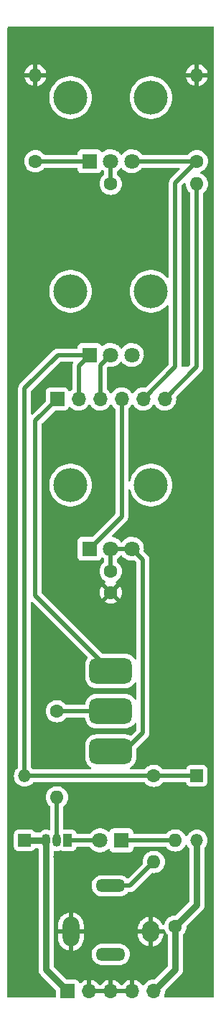
<source format=gbr>
%TF.GenerationSoftware,KiCad,Pcbnew,(6.0.5)*%
%TF.CreationDate,2023-02-15T12:36:22-05:00*%
%TF.ProjectId,wow_and_flutter,776f775f-616e-4645-9f66-6c7574746572,rev?*%
%TF.SameCoordinates,Original*%
%TF.FileFunction,Copper,L1,Top*%
%TF.FilePolarity,Positive*%
%FSLAX46Y46*%
G04 Gerber Fmt 4.6, Leading zero omitted, Abs format (unit mm)*
G04 Created by KiCad (PCBNEW (6.0.5)) date 2023-02-15 12:36:22*
%MOMM*%
%LPD*%
G01*
G04 APERTURE LIST*
G04 Aperture macros list*
%AMRoundRect*
0 Rectangle with rounded corners*
0 $1 Rounding radius*
0 $2 $3 $4 $5 $6 $7 $8 $9 X,Y pos of 4 corners*
0 Add a 4 corners polygon primitive as box body*
4,1,4,$2,$3,$4,$5,$6,$7,$8,$9,$2,$3,0*
0 Add four circle primitives for the rounded corners*
1,1,$1+$1,$2,$3*
1,1,$1+$1,$4,$5*
1,1,$1+$1,$6,$7*
1,1,$1+$1,$8,$9*
0 Add four rect primitives between the rounded corners*
20,1,$1+$1,$2,$3,$4,$5,0*
20,1,$1+$1,$4,$5,$6,$7,0*
20,1,$1+$1,$6,$7,$8,$9,0*
20,1,$1+$1,$8,$9,$2,$3,0*%
G04 Aperture macros list end*
%TA.AperFunction,ComponentPad*%
%ADD10R,1.050000X1.500000*%
%TD*%
%TA.AperFunction,ComponentPad*%
%ADD11O,1.050000X1.500000*%
%TD*%
%TA.AperFunction,ComponentPad*%
%ADD12C,1.600000*%
%TD*%
%TA.AperFunction,ComponentPad*%
%ADD13O,1.600000X1.600000*%
%TD*%
%TA.AperFunction,ComponentPad*%
%ADD14O,4.000000X4.000000*%
%TD*%
%TA.AperFunction,ComponentPad*%
%ADD15R,1.800000X1.800000*%
%TD*%
%TA.AperFunction,ComponentPad*%
%ADD16C,1.800000*%
%TD*%
%TA.AperFunction,ComponentPad*%
%ADD17R,1.500000X1.500000*%
%TD*%
%TA.AperFunction,ComponentPad*%
%ADD18O,1.500000X1.500000*%
%TD*%
%TA.AperFunction,ComponentPad*%
%ADD19R,1.700000X1.700000*%
%TD*%
%TA.AperFunction,ComponentPad*%
%ADD20O,1.700000X1.700000*%
%TD*%
%TA.AperFunction,ComponentPad*%
%ADD21RoundRect,0.750000X1.750000X0.750000X-1.750000X0.750000X-1.750000X-0.750000X1.750000X-0.750000X0*%
%TD*%
%TA.AperFunction,ComponentPad*%
%ADD22O,2.000000X3.500000*%
%TD*%
%TA.AperFunction,ComponentPad*%
%ADD23O,2.000000X2.500000*%
%TD*%
%TA.AperFunction,ComponentPad*%
%ADD24O,3.500000X1.500000*%
%TD*%
%TA.AperFunction,ViaPad*%
%ADD25C,0.800000*%
%TD*%
%TA.AperFunction,Conductor*%
%ADD26C,0.800000*%
%TD*%
%TA.AperFunction,Conductor*%
%ADD27C,0.500000*%
%TD*%
G04 APERTURE END LIST*
D10*
%TO.P,Q3,1,E*%
%TO.N,Net-(D3-Pad2)*%
X134620000Y-128270000D03*
D11*
%TO.P,Q3,2,B*%
%TO.N,Net-(Q3-Pad2)*%
X133350000Y-128270000D03*
%TO.P,Q3,3,C*%
%TO.N,+12V*%
X132080000Y-128270000D03*
%TD*%
D12*
%TO.P,R1,1*%
%TO.N,Net-(R1-Pad1)*%
X130810000Y-48140000D03*
D13*
%TO.P,R1,2*%
%TO.N,GND*%
X130810000Y-37980000D03*
%TD*%
D12*
%TO.P,R6,1*%
%TO.N,/LFO_FB*%
X149860000Y-48140000D03*
D13*
%TO.P,R6,2*%
%TO.N,GND*%
X149860000Y-37980000D03*
%TD*%
D14*
%TO.P,RV3,*%
%TO.N,*%
X134950000Y-86360000D03*
X144450000Y-86360000D03*
D15*
%TO.P,RV3,1,1*%
%TO.N,/S&H*%
X137200000Y-93860000D03*
D16*
%TO.P,RV3,2,2*%
%TO.N,/SLEW_OUT*%
X139700000Y-93860000D03*
%TO.P,RV3,3,3*%
X142200000Y-93860000D03*
%TD*%
D12*
%TO.P,R26,1*%
%TO.N,-12V*%
X147320000Y-138430000D03*
D13*
%TO.P,R26,2*%
%TO.N,Net-(D3-Pad1)*%
X147320000Y-128270000D03*
%TD*%
D12*
%TO.P,C15,1*%
%TO.N,GND*%
X139700000Y-99020000D03*
%TO.P,C15,2*%
%TO.N,/SLEW_OUT*%
X139700000Y-96520000D03*
%TD*%
D14*
%TO.P,RV4,*%
%TO.N,*%
X134950000Y-63500000D03*
X144450000Y-63500000D03*
D15*
%TO.P,RV4,1,1*%
%TO.N,/DEPTH_FB*%
X137200000Y-71000000D03*
D16*
%TO.P,RV4,2,2*%
%TO.N,/DEPTH_CTRL*%
X139700000Y-71000000D03*
%TO.P,RV4,3,3*%
%TO.N,/SW_OUT*%
X142200000Y-71000000D03*
%TD*%
D12*
%TO.P,R25,1*%
%TO.N,/SW_OUT*%
X133350000Y-113030000D03*
D13*
%TO.P,R25,2*%
%TO.N,Net-(Q3-Pad2)*%
X133350000Y-123190000D03*
%TD*%
D17*
%TO.P,D5,1,K*%
%TO.N,+12V*%
X129540000Y-128275000D03*
D18*
%TO.P,D5,2,A*%
%TO.N,/DEPTH_FB*%
X129540000Y-120655000D03*
%TD*%
D19*
%TO.P,J6,1,Pin_1*%
%TO.N,/TRI*%
X133375000Y-76200000D03*
D20*
%TO.P,J6,2,Pin_2*%
%TO.N,/DEPTH_FB*%
X135915000Y-76200000D03*
%TO.P,J6,3,Pin_3*%
%TO.N,/DEPTH_CTRL*%
X138455000Y-76200000D03*
%TO.P,J6,4,Pin_4*%
%TO.N,/S&H*%
X140995000Y-76200000D03*
%TO.P,J6,5,Pin_5*%
%TO.N,/LFO_FB*%
X143535000Y-76200000D03*
%TO.P,J6,6,Pin_6*%
%TO.N,/LFO_CTRL*%
X146075000Y-76200000D03*
%TD*%
D19*
%TO.P,J4,1,Pin_1*%
%TO.N,+12V*%
X134620000Y-146050000D03*
D20*
%TO.P,J4,2,Pin_2*%
%TO.N,GND*%
X137160000Y-146050000D03*
%TO.P,J4,3,Pin_3*%
X139700000Y-146050000D03*
%TO.P,J4,4,Pin_4*%
X142240000Y-146050000D03*
%TO.P,J4,5,Pin_5*%
%TO.N,-12V*%
X144780000Y-146050000D03*
%TD*%
D21*
%TO.P,SW1,1,A*%
%TO.N,/SLEW_OUT*%
X139700000Y-117780000D03*
%TO.P,SW1,2,B*%
%TO.N,/SW_OUT*%
X139700000Y-113030000D03*
%TO.P,SW1,3,C*%
%TO.N,/TRI*%
X139700000Y-108280000D03*
%TD*%
D15*
%TO.P,D3,1,K*%
%TO.N,Net-(D3-Pad1)*%
X140970000Y-128270000D03*
D16*
%TO.P,D3,2,A*%
%TO.N,Net-(D3-Pad2)*%
X138430000Y-128270000D03*
%TD*%
D22*
%TO.P,J2,S*%
%TO.N,GND*%
X135000000Y-139030000D03*
D23*
X144400000Y-139030000D03*
D24*
%TO.P,J2,T*%
%TO.N,Net-(J2-PadT)*%
X139700000Y-133630000D03*
%TO.P,J2,TN*%
%TO.N,unconnected-(J2-PadTN)*%
X139700000Y-141730000D03*
%TD*%
D12*
%TO.P,R24,1*%
%TO.N,/DEPTH_FB*%
X144780000Y-120650000D03*
D13*
%TO.P,R24,2*%
%TO.N,Net-(J2-PadT)*%
X144780000Y-130810000D03*
%TD*%
D17*
%TO.P,D4,1,K*%
%TO.N,/DEPTH_FB*%
X149860000Y-120650000D03*
D18*
%TO.P,D4,2,A*%
%TO.N,-12V*%
X149860000Y-128270000D03*
%TD*%
D12*
%TO.P,R2,1*%
%TO.N,Net-(R2-Pad1)*%
X139700000Y-50800000D03*
D13*
%TO.P,R2,2*%
%TO.N,/LFO_CTRL*%
X149860000Y-50800000D03*
%TD*%
D14*
%TO.P,RV1,*%
%TO.N,*%
X144450000Y-40640000D03*
X134950000Y-40640000D03*
D15*
%TO.P,RV1,1,1*%
%TO.N,Net-(R1-Pad1)*%
X137200000Y-48140000D03*
D16*
%TO.P,RV1,2,2*%
%TO.N,Net-(R2-Pad1)*%
X139700000Y-48140000D03*
%TO.P,RV1,3,3*%
%TO.N,/LFO_FB*%
X142200000Y-48140000D03*
%TD*%
D25*
%TO.N,GND*%
X134620000Y-72390000D03*
X130810000Y-76835000D03*
X128270000Y-73660000D03*
X132715000Y-69215000D03*
X142240000Y-78105000D03*
X136525000Y-115570000D03*
X132080000Y-93345000D03*
X133350000Y-115570000D03*
X133985000Y-104775000D03*
X135382000Y-119380000D03*
X142240000Y-100965000D03*
X133350000Y-107950000D03*
X147320000Y-89535000D03*
X147320000Y-78105000D03*
X139700000Y-89535000D03*
X147320000Y-97790000D03*
X135890000Y-90805000D03*
X132080000Y-79375000D03*
X141605000Y-95885000D03*
X144780000Y-102235000D03*
X142240000Y-83820000D03*
X137795000Y-104140000D03*
X142240000Y-110744000D03*
X136525000Y-110490000D03*
X130810000Y-114300000D03*
X144780000Y-93980000D03*
X141986000Y-115316000D03*
X142240000Y-88900000D03*
X135890000Y-82550000D03*
X130810000Y-101346000D03*
X139700000Y-78105000D03*
X135255000Y-97155000D03*
X130810000Y-107315000D03*
X135255000Y-101600000D03*
X130810000Y-119380000D03*
X139700000Y-102235000D03*
X144780000Y-109855000D03*
X140970000Y-92075000D03*
X142240000Y-105410000D03*
X147320000Y-107315000D03*
X132080000Y-85090000D03*
X132080000Y-98425000D03*
X147320000Y-83185000D03*
X132080000Y-88265000D03*
X148590000Y-52070000D03*
X144145000Y-72390000D03*
X147320000Y-146050000D03*
X144145000Y-69215000D03*
X151130000Y-52070000D03*
X148590000Y-71755000D03*
X130175000Y-139065000D03*
X133350000Y-130175000D03*
X128270000Y-146050000D03*
X151130000Y-146050000D03*
X149225000Y-139065000D03*
X139700000Y-74295000D03*
X149860000Y-74295000D03*
X151130000Y-86360000D03*
X147955000Y-122555000D03*
X148590000Y-58420000D03*
X142240000Y-74295000D03*
X128270000Y-130175000D03*
X139700000Y-135890000D03*
X151130000Y-118745000D03*
X134620000Y-125095000D03*
X147955000Y-114935000D03*
X142875000Y-121920000D03*
X144780000Y-113665000D03*
X149860000Y-97790000D03*
X142875000Y-119380000D03*
X146050000Y-60325000D03*
X128270000Y-114300000D03*
X151130000Y-136525000D03*
X149860000Y-89535000D03*
X138430000Y-123190000D03*
X136525000Y-127000000D03*
X131445000Y-121920000D03*
X128270000Y-121920000D03*
X137160000Y-131445000D03*
X142875000Y-130175000D03*
X151130000Y-71120000D03*
X144145000Y-133985000D03*
X150495000Y-107315000D03*
X151130000Y-113030000D03*
X151130000Y-93345000D03*
X142875000Y-127000000D03*
X151130000Y-78740000D03*
X135255000Y-121920000D03*
X135255000Y-133985000D03*
X128270000Y-79375000D03*
X148590000Y-64770000D03*
X128270000Y-107315000D03*
X151130000Y-127000000D03*
X149860000Y-83185000D03*
X128270000Y-118745000D03*
X144780000Y-123825000D03*
X147955000Y-110490000D03*
X147320000Y-119380000D03*
X128270000Y-44450000D03*
X128270000Y-33020000D03*
X151130000Y-102235000D03*
X128270000Y-100965000D03*
X128270000Y-93345000D03*
X128270000Y-86995000D03*
X133350000Y-46355000D03*
X139700000Y-33020000D03*
X139700000Y-39370000D03*
X150495000Y-45720000D03*
X128270000Y-55880000D03*
X147320000Y-46355000D03*
X138430000Y-62865000D03*
X131445000Y-62230000D03*
X133350000Y-49530000D03*
X151130000Y-61595000D03*
X151130000Y-49530000D03*
X132715000Y-35560000D03*
X132715000Y-56515000D03*
X146685000Y-36195000D03*
X139700000Y-42545000D03*
X128270000Y-67310000D03*
X137160000Y-67945000D03*
X142875000Y-59690000D03*
X135255000Y-43815000D03*
X135890000Y-52070000D03*
X146050000Y-49530000D03*
X142240000Y-67310000D03*
X140335000Y-53975000D03*
X144145000Y-46355000D03*
X151130000Y-33020000D03*
X128905000Y-50165000D03*
%TD*%
D26*
%TO.N,+12V*%
X129540000Y-128275000D02*
X132075000Y-128275000D01*
X132080000Y-128270000D02*
X132080000Y-143510000D01*
X132075000Y-128275000D02*
X132080000Y-128270000D01*
%TO.N,-12V*%
X147320000Y-138430000D02*
X147320000Y-143510000D01*
%TO.N,+12V*%
X132080000Y-143510000D02*
X134620000Y-146050000D01*
D27*
%TO.N,/TRI*%
X133375000Y-76200000D02*
X130810000Y-78765000D01*
X130810000Y-99390000D02*
X139700000Y-108280000D01*
D26*
%TO.N,-12V*%
X149860000Y-128270000D02*
X149860000Y-135890000D01*
X149860000Y-135890000D02*
X147320000Y-138430000D01*
D27*
%TO.N,/TRI*%
X130810000Y-78765000D02*
X130810000Y-99390000D01*
D26*
%TO.N,-12V*%
X147320000Y-143510000D02*
X144780000Y-146050000D01*
D27*
%TO.N,Net-(D3-Pad1)*%
X147320000Y-128270000D02*
X140970000Y-128270000D01*
%TO.N,Net-(D3-Pad2)*%
X138430000Y-128270000D02*
X134620000Y-128270000D01*
%TO.N,/DEPTH_FB*%
X135915000Y-76200000D02*
X135915000Y-72285000D01*
%TO.N,/SLEW_OUT*%
X141300000Y-117780000D02*
X143510000Y-115570000D01*
%TO.N,Net-(R2-Pad1)*%
X139700000Y-48140000D02*
X139700000Y-50800000D01*
%TO.N,/SLEW_OUT*%
X142200000Y-93860000D02*
X139700000Y-93860000D01*
%TO.N,/DEPTH_FB*%
X129540000Y-74930000D02*
X129540000Y-120655000D01*
X135915000Y-72285000D02*
X137200000Y-71000000D01*
%TO.N,/S&H*%
X140995000Y-90065000D02*
X140995000Y-76200000D01*
%TO.N,/LFO_CTRL*%
X146075000Y-76200000D02*
X149860000Y-72415000D01*
%TO.N,/S&H*%
X137200000Y-93860000D02*
X140995000Y-90065000D01*
%TO.N,/LFO_CTRL*%
X149860000Y-72415000D02*
X149860000Y-50800000D01*
%TO.N,/LFO_FB*%
X147320000Y-50680000D02*
X147320000Y-72415000D01*
%TO.N,/SLEW_OUT*%
X139700000Y-93860000D02*
X139700000Y-96520000D01*
%TO.N,/LFO_FB*%
X147320000Y-72415000D02*
X143535000Y-76200000D01*
%TO.N,Net-(R1-Pad1)*%
X137200000Y-48140000D02*
X130810000Y-48140000D01*
%TO.N,/DEPTH_FB*%
X133470000Y-71000000D02*
X129540000Y-74930000D01*
%TO.N,/LFO_FB*%
X149860000Y-48140000D02*
X147320000Y-50680000D01*
%TO.N,/SLEW_OUT*%
X143510000Y-115570000D02*
X143510000Y-95170000D01*
%TO.N,/LFO_FB*%
X142200000Y-48140000D02*
X149860000Y-48140000D01*
%TO.N,/SW_OUT*%
X139700000Y-113030000D02*
X133350000Y-113030000D01*
%TO.N,Net-(Q3-Pad2)*%
X133350000Y-123190000D02*
X133350000Y-128270000D01*
%TO.N,/SLEW_OUT*%
X139700000Y-117780000D02*
X141300000Y-117780000D01*
%TO.N,/DEPTH_FB*%
X137200000Y-71000000D02*
X133470000Y-71000000D01*
X144780000Y-120650000D02*
X129545000Y-120650000D01*
X144780000Y-120650000D02*
X149860000Y-120650000D01*
%TO.N,/SLEW_OUT*%
X143510000Y-95170000D02*
X142200000Y-93860000D01*
%TO.N,/DEPTH_FB*%
X129545000Y-120650000D02*
X129540000Y-120655000D01*
%TO.N,/DEPTH_CTRL*%
X138455000Y-72245000D02*
X139700000Y-71000000D01*
%TO.N,Net-(J2-PadT)*%
X141960000Y-133630000D02*
X144780000Y-130810000D01*
X139700000Y-133630000D02*
X141960000Y-133630000D01*
%TO.N,/DEPTH_CTRL*%
X138455000Y-76200000D02*
X138455000Y-72245000D01*
%TD*%
%TA.AperFunction,Conductor*%
%TO.N,GND*%
G36*
X151833621Y-32278502D02*
G01*
X151880114Y-32332158D01*
X151891500Y-32384500D01*
X151891500Y-146685500D01*
X151871498Y-146753621D01*
X151817842Y-146800114D01*
X151765500Y-146811500D01*
X146121905Y-146811500D01*
X146053784Y-146791498D01*
X146007291Y-146737842D01*
X145997187Y-146667568D01*
X146008948Y-146629673D01*
X146045136Y-146556452D01*
X146047430Y-146551811D01*
X146112370Y-146338069D01*
X146141529Y-146116590D01*
X146143156Y-146050000D01*
X146142880Y-146046641D01*
X146141986Y-146035763D01*
X146156340Y-145966233D01*
X146178467Y-145936346D01*
X147904832Y-144209981D01*
X147919865Y-144197140D01*
X147925913Y-144192746D01*
X147925914Y-144192745D01*
X147931253Y-144188866D01*
X147977016Y-144138041D01*
X147981557Y-144133256D01*
X147996072Y-144118741D01*
X148008997Y-144102780D01*
X148013269Y-144097779D01*
X148054619Y-144051855D01*
X148054623Y-144051850D01*
X148059040Y-144046944D01*
X148066073Y-144034763D01*
X148077267Y-144018474D01*
X148086129Y-144007531D01*
X148117189Y-143946572D01*
X148120336Y-143940777D01*
X148151223Y-143887279D01*
X148151223Y-143887278D01*
X148154527Y-143881556D01*
X148158875Y-143868173D01*
X148166441Y-143849907D01*
X148169832Y-143843252D01*
X148172829Y-143837370D01*
X148190532Y-143771305D01*
X148192402Y-143764991D01*
X148211500Y-143706212D01*
X148213542Y-143699928D01*
X148215012Y-143685939D01*
X148218617Y-143666486D01*
X148220547Y-143659285D01*
X148222257Y-143652904D01*
X148225836Y-143584615D01*
X148226353Y-143578040D01*
X148228156Y-143560882D01*
X148228500Y-143557610D01*
X148228500Y-143537074D01*
X148228673Y-143530481D01*
X148231907Y-143468783D01*
X148231907Y-143468778D01*
X148232252Y-143462191D01*
X148230051Y-143448293D01*
X148228500Y-143428584D01*
X148228500Y-139424188D01*
X148248502Y-139356067D01*
X148265405Y-139335093D01*
X148326198Y-139274300D01*
X148457523Y-139086749D01*
X148459846Y-139081767D01*
X148459849Y-139081762D01*
X148551961Y-138884225D01*
X148551961Y-138884224D01*
X148554284Y-138879243D01*
X148613543Y-138658087D01*
X148615216Y-138638971D01*
X148632251Y-138444250D01*
X148658114Y-138378131D01*
X148668677Y-138366136D01*
X150444832Y-136589981D01*
X150459865Y-136577140D01*
X150465913Y-136572746D01*
X150465914Y-136572745D01*
X150471253Y-136568866D01*
X150517016Y-136518041D01*
X150521557Y-136513256D01*
X150536072Y-136498741D01*
X150548997Y-136482780D01*
X150553269Y-136477779D01*
X150594619Y-136431855D01*
X150594623Y-136431850D01*
X150599040Y-136426944D01*
X150606073Y-136414763D01*
X150617267Y-136398474D01*
X150626129Y-136387531D01*
X150657189Y-136326572D01*
X150660336Y-136320777D01*
X150691223Y-136267279D01*
X150691223Y-136267278D01*
X150694527Y-136261556D01*
X150698875Y-136248173D01*
X150706441Y-136229907D01*
X150709832Y-136223252D01*
X150712829Y-136217370D01*
X150730529Y-136151315D01*
X150732402Y-136144991D01*
X150751500Y-136086212D01*
X150753542Y-136079928D01*
X150755012Y-136065939D01*
X150758617Y-136046486D01*
X150760547Y-136039285D01*
X150762257Y-136032904D01*
X150765836Y-135964615D01*
X150766353Y-135958040D01*
X150768156Y-135940882D01*
X150768500Y-135937610D01*
X150768500Y-135917075D01*
X150768673Y-135910481D01*
X150771907Y-135848783D01*
X150771907Y-135848778D01*
X150772252Y-135842191D01*
X150770051Y-135828293D01*
X150768500Y-135808584D01*
X150768500Y-129193477D01*
X150788502Y-129125356D01*
X150805405Y-129104382D01*
X150827749Y-129082038D01*
X150836377Y-129069717D01*
X150950899Y-128906162D01*
X150950900Y-128906160D01*
X150954056Y-128901653D01*
X150956379Y-128896671D01*
X150956382Y-128896666D01*
X151012563Y-128776183D01*
X151047120Y-128702076D01*
X151104115Y-128489371D01*
X151123307Y-128270000D01*
X151104115Y-128050629D01*
X151047120Y-127837924D01*
X151003585Y-127744562D01*
X150956382Y-127643334D01*
X150956379Y-127643329D01*
X150954056Y-127638347D01*
X150858240Y-127501507D01*
X150830908Y-127462473D01*
X150830906Y-127462470D01*
X150827749Y-127457962D01*
X150672038Y-127302251D01*
X150650695Y-127287306D01*
X150573352Y-127233150D01*
X150491654Y-127175944D01*
X150292076Y-127082880D01*
X150079371Y-127025885D01*
X149860000Y-127006693D01*
X149640629Y-127025885D01*
X149427924Y-127082880D01*
X149334562Y-127126415D01*
X149233334Y-127173618D01*
X149233329Y-127173621D01*
X149228347Y-127175944D01*
X149223840Y-127179100D01*
X149223838Y-127179101D01*
X149052473Y-127299092D01*
X149052470Y-127299094D01*
X149047962Y-127302251D01*
X148892251Y-127457962D01*
X148889094Y-127462470D01*
X148889092Y-127462473D01*
X148861760Y-127501507D01*
X148765944Y-127638347D01*
X148763619Y-127643332D01*
X148763616Y-127643338D01*
X148731780Y-127711612D01*
X148684863Y-127764898D01*
X148616586Y-127784359D01*
X148548626Y-127763818D01*
X148503390Y-127711613D01*
X148459849Y-127618238D01*
X148459846Y-127618233D01*
X148457523Y-127613251D01*
X148347768Y-127456505D01*
X148329357Y-127430211D01*
X148329355Y-127430208D01*
X148326198Y-127425700D01*
X148164300Y-127263802D01*
X148159792Y-127260645D01*
X148159789Y-127260643D01*
X148038826Y-127175944D01*
X147976749Y-127132477D01*
X147971767Y-127130154D01*
X147971762Y-127130151D01*
X147774225Y-127038039D01*
X147774224Y-127038039D01*
X147769243Y-127035716D01*
X147763935Y-127034294D01*
X147763933Y-127034293D01*
X147553402Y-126977881D01*
X147553400Y-126977881D01*
X147548087Y-126976457D01*
X147320000Y-126956502D01*
X147091913Y-126976457D01*
X147086600Y-126977881D01*
X147086598Y-126977881D01*
X146876067Y-127034293D01*
X146876065Y-127034294D01*
X146870757Y-127035716D01*
X146865776Y-127038039D01*
X146865775Y-127038039D01*
X146668238Y-127130151D01*
X146668233Y-127130154D01*
X146663251Y-127132477D01*
X146601174Y-127175944D01*
X146480211Y-127260643D01*
X146480208Y-127260645D01*
X146475700Y-127263802D01*
X146313802Y-127425700D01*
X146291345Y-127457771D01*
X146235890Y-127502099D01*
X146188133Y-127511500D01*
X142504500Y-127511500D01*
X142436379Y-127491498D01*
X142389886Y-127437842D01*
X142378500Y-127385500D01*
X142378500Y-127321866D01*
X142371745Y-127259684D01*
X142320615Y-127123295D01*
X142233261Y-127006739D01*
X142116705Y-126919385D01*
X141980316Y-126868255D01*
X141918134Y-126861500D01*
X140021866Y-126861500D01*
X139959684Y-126868255D01*
X139823295Y-126919385D01*
X139706739Y-127006739D01*
X139619385Y-127123295D01*
X139616233Y-127131703D01*
X139616232Y-127131705D01*
X139595538Y-127186906D01*
X139552897Y-127243671D01*
X139486335Y-127268371D01*
X139416986Y-127253164D01*
X139394167Y-127236666D01*
X139393887Y-127236358D01*
X139321387Y-127179101D01*
X139216177Y-127096011D01*
X139216172Y-127096008D01*
X139212123Y-127092810D01*
X139207607Y-127090317D01*
X139207604Y-127090315D01*
X139013879Y-126983373D01*
X139013875Y-126983371D01*
X139009355Y-126980876D01*
X139004486Y-126979152D01*
X139004482Y-126979150D01*
X138795903Y-126905288D01*
X138795899Y-126905287D01*
X138791028Y-126903562D01*
X138785935Y-126902655D01*
X138785932Y-126902654D01*
X138568095Y-126863851D01*
X138568089Y-126863850D01*
X138563006Y-126862945D01*
X138490096Y-126862054D01*
X138336581Y-126860179D01*
X138336579Y-126860179D01*
X138331411Y-126860116D01*
X138102464Y-126895150D01*
X137882314Y-126967106D01*
X137877726Y-126969494D01*
X137877722Y-126969496D01*
X137694036Y-127065117D01*
X137676872Y-127074052D01*
X137672739Y-127077155D01*
X137672736Y-127077157D01*
X137495790Y-127210012D01*
X137491655Y-127213117D01*
X137331639Y-127380564D01*
X137328725Y-127384836D01*
X137279835Y-127456505D01*
X137224923Y-127501507D01*
X137175747Y-127511500D01*
X135769493Y-127511500D01*
X135701372Y-127491498D01*
X135654879Y-127437842D01*
X135647457Y-127416237D01*
X135646745Y-127409684D01*
X135635829Y-127380564D01*
X135598767Y-127281703D01*
X135595615Y-127273295D01*
X135508261Y-127156739D01*
X135391705Y-127069385D01*
X135255316Y-127018255D01*
X135193134Y-127011500D01*
X134234500Y-127011500D01*
X134166379Y-126991498D01*
X134119886Y-126937842D01*
X134108500Y-126885500D01*
X134108500Y-124321867D01*
X134128502Y-124253746D01*
X134162228Y-124218655D01*
X134194300Y-124196198D01*
X134356198Y-124034300D01*
X134487523Y-123846749D01*
X134489846Y-123841767D01*
X134489849Y-123841762D01*
X134581961Y-123644225D01*
X134581961Y-123644224D01*
X134584284Y-123639243D01*
X134643543Y-123418087D01*
X134663498Y-123190000D01*
X134643543Y-122961913D01*
X134584284Y-122740757D01*
X134581961Y-122735775D01*
X134489849Y-122538238D01*
X134489846Y-122538233D01*
X134487523Y-122533251D01*
X134356198Y-122345700D01*
X134194300Y-122183802D01*
X134189792Y-122180645D01*
X134189789Y-122180643D01*
X134111611Y-122125902D01*
X134006749Y-122052477D01*
X134001767Y-122050154D01*
X134001762Y-122050151D01*
X133804225Y-121958039D01*
X133804224Y-121958039D01*
X133799243Y-121955716D01*
X133793935Y-121954294D01*
X133793933Y-121954293D01*
X133583402Y-121897881D01*
X133583400Y-121897881D01*
X133578087Y-121896457D01*
X133350000Y-121876502D01*
X133121913Y-121896457D01*
X133116600Y-121897881D01*
X133116598Y-121897881D01*
X132906067Y-121954293D01*
X132906065Y-121954294D01*
X132900757Y-121955716D01*
X132895776Y-121958039D01*
X132895775Y-121958039D01*
X132698238Y-122050151D01*
X132698233Y-122050154D01*
X132693251Y-122052477D01*
X132588389Y-122125902D01*
X132510211Y-122180643D01*
X132510208Y-122180645D01*
X132505700Y-122183802D01*
X132343802Y-122345700D01*
X132212477Y-122533251D01*
X132210154Y-122538233D01*
X132210151Y-122538238D01*
X132118039Y-122735775D01*
X132115716Y-122740757D01*
X132056457Y-122961913D01*
X132036502Y-123190000D01*
X132056457Y-123418087D01*
X132115716Y-123639243D01*
X132118039Y-123644224D01*
X132118039Y-123644225D01*
X132210151Y-123841762D01*
X132210154Y-123841767D01*
X132212477Y-123846749D01*
X132343802Y-124034300D01*
X132505700Y-124196198D01*
X132537771Y-124218655D01*
X132582099Y-124274110D01*
X132591500Y-124321867D01*
X132591500Y-126950503D01*
X132571498Y-127018624D01*
X132517842Y-127065117D01*
X132447568Y-127075221D01*
X132428241Y-127070868D01*
X132294707Y-127029532D01*
X132294704Y-127029531D01*
X132288820Y-127027710D01*
X132282695Y-127027066D01*
X132282694Y-127027066D01*
X132093378Y-127007168D01*
X132093377Y-127007168D01*
X132087250Y-127006524D01*
X132005995Y-127013919D01*
X131891543Y-127024335D01*
X131891540Y-127024336D01*
X131885404Y-127024894D01*
X131879498Y-127026632D01*
X131879494Y-127026633D01*
X131744947Y-127066233D01*
X131690971Y-127082119D01*
X131685514Y-127084972D01*
X131685511Y-127084973D01*
X131625953Y-127116109D01*
X131511355Y-127176019D01*
X131353399Y-127303019D01*
X131349440Y-127307737D01*
X131349438Y-127307739D01*
X131337898Y-127321492D01*
X131278788Y-127360818D01*
X131241377Y-127366500D01*
X130861009Y-127366500D01*
X130792888Y-127346498D01*
X130746395Y-127292842D01*
X130744097Y-127287306D01*
X130743767Y-127286703D01*
X130740615Y-127278295D01*
X130653261Y-127161739D01*
X130536705Y-127074385D01*
X130400316Y-127023255D01*
X130338134Y-127016500D01*
X128741866Y-127016500D01*
X128679684Y-127023255D01*
X128543295Y-127074385D01*
X128426739Y-127161739D01*
X128339385Y-127278295D01*
X128288255Y-127414684D01*
X128281500Y-127476866D01*
X128281500Y-129073134D01*
X128288255Y-129135316D01*
X128339385Y-129271705D01*
X128426739Y-129388261D01*
X128543295Y-129475615D01*
X128679684Y-129526745D01*
X128741866Y-129533500D01*
X130338134Y-129533500D01*
X130400316Y-129526745D01*
X130536705Y-129475615D01*
X130653261Y-129388261D01*
X130740615Y-129271705D01*
X130743767Y-129263296D01*
X130748077Y-129255425D01*
X130749741Y-129256336D01*
X130785663Y-129208510D01*
X130852224Y-129183807D01*
X130861009Y-129183500D01*
X131045500Y-129183500D01*
X131113621Y-129203502D01*
X131160114Y-129257158D01*
X131171500Y-129309500D01*
X131171500Y-143428583D01*
X131169949Y-143448292D01*
X131167748Y-143462190D01*
X131168093Y-143468777D01*
X131168093Y-143468782D01*
X131171327Y-143530480D01*
X131171500Y-143537074D01*
X131171500Y-143557610D01*
X131171844Y-143560882D01*
X131171844Y-143560884D01*
X131173647Y-143578042D01*
X131174164Y-143584615D01*
X131177743Y-143652903D01*
X131179453Y-143659284D01*
X131179453Y-143659286D01*
X131181383Y-143666491D01*
X131184985Y-143685925D01*
X131185766Y-143693354D01*
X131185768Y-143693363D01*
X131186458Y-143699928D01*
X131207600Y-143764997D01*
X131209467Y-143771299D01*
X131227171Y-143837370D01*
X131233559Y-143849907D01*
X131241125Y-143868173D01*
X131245473Y-143881556D01*
X131248776Y-143887278D01*
X131248777Y-143887279D01*
X131279667Y-143940782D01*
X131282812Y-143946574D01*
X131313871Y-144007530D01*
X131318024Y-144012658D01*
X131318025Y-144012660D01*
X131322727Y-144018466D01*
X131333927Y-144034763D01*
X131337657Y-144041224D01*
X131337660Y-144041228D01*
X131340960Y-144046944D01*
X131345377Y-144051850D01*
X131345381Y-144051855D01*
X131386722Y-144097769D01*
X131391006Y-144102784D01*
X131397888Y-144111282D01*
X131403928Y-144118741D01*
X131418443Y-144133256D01*
X131422984Y-144138041D01*
X131468747Y-144188866D01*
X131474086Y-144192745D01*
X131474087Y-144192746D01*
X131480135Y-144197140D01*
X131495168Y-144209981D01*
X133224595Y-145939408D01*
X133258621Y-146001720D01*
X133261500Y-146028503D01*
X133261500Y-146685500D01*
X133241498Y-146753621D01*
X133187842Y-146800114D01*
X133135500Y-146811500D01*
X127634500Y-146811500D01*
X127566379Y-146791498D01*
X127519886Y-146737842D01*
X127508500Y-146685500D01*
X127508500Y-120655000D01*
X128276693Y-120655000D01*
X128295885Y-120874371D01*
X128352880Y-121087076D01*
X128355205Y-121092061D01*
X128443618Y-121281666D01*
X128443621Y-121281671D01*
X128445944Y-121286653D01*
X128449100Y-121291160D01*
X128449101Y-121291162D01*
X128568819Y-121462136D01*
X128572251Y-121467038D01*
X128727962Y-121622749D01*
X128732471Y-121625906D01*
X128732473Y-121625908D01*
X128770166Y-121652301D01*
X128908346Y-121749056D01*
X129107924Y-121842120D01*
X129320629Y-121899115D01*
X129540000Y-121918307D01*
X129759371Y-121899115D01*
X129972076Y-121842120D01*
X130171654Y-121749056D01*
X130309834Y-121652301D01*
X130347527Y-121625908D01*
X130347529Y-121625906D01*
X130352038Y-121622749D01*
X130507749Y-121467038D01*
X130511113Y-121462234D01*
X130511236Y-121462136D01*
X130514443Y-121458314D01*
X130515211Y-121458958D01*
X130566568Y-121417903D01*
X130614329Y-121408500D01*
X143648133Y-121408500D01*
X143716254Y-121428502D01*
X143751345Y-121462228D01*
X143773802Y-121494300D01*
X143935700Y-121656198D01*
X143940208Y-121659355D01*
X143940211Y-121659357D01*
X144018389Y-121714098D01*
X144123251Y-121787523D01*
X144128233Y-121789846D01*
X144128238Y-121789849D01*
X144325775Y-121881961D01*
X144330757Y-121884284D01*
X144336065Y-121885706D01*
X144336067Y-121885707D01*
X144546598Y-121942119D01*
X144546600Y-121942119D01*
X144551913Y-121943543D01*
X144780000Y-121963498D01*
X145008087Y-121943543D01*
X145013400Y-121942119D01*
X145013402Y-121942119D01*
X145223933Y-121885707D01*
X145223935Y-121885706D01*
X145229243Y-121884284D01*
X145234225Y-121881961D01*
X145431762Y-121789849D01*
X145431767Y-121789846D01*
X145436749Y-121787523D01*
X145541611Y-121714098D01*
X145619789Y-121659357D01*
X145619792Y-121659355D01*
X145624300Y-121656198D01*
X145786198Y-121494300D01*
X145808655Y-121462229D01*
X145864110Y-121417901D01*
X145911867Y-121408500D01*
X148485507Y-121408500D01*
X148553628Y-121428502D01*
X148600121Y-121482158D01*
X148607543Y-121503763D01*
X148608255Y-121510316D01*
X148611027Y-121517711D01*
X148611028Y-121517714D01*
X148648943Y-121618852D01*
X148659385Y-121646705D01*
X148746739Y-121763261D01*
X148863295Y-121850615D01*
X148999684Y-121901745D01*
X149061866Y-121908500D01*
X150658134Y-121908500D01*
X150720316Y-121901745D01*
X150856705Y-121850615D01*
X150973261Y-121763261D01*
X151060615Y-121646705D01*
X151111745Y-121510316D01*
X151118500Y-121448134D01*
X151118500Y-119851866D01*
X151111745Y-119789684D01*
X151060615Y-119653295D01*
X150973261Y-119536739D01*
X150856705Y-119449385D01*
X150720316Y-119398255D01*
X150658134Y-119391500D01*
X149061866Y-119391500D01*
X148999684Y-119398255D01*
X148863295Y-119449385D01*
X148746739Y-119536739D01*
X148659385Y-119653295D01*
X148656233Y-119661703D01*
X148611029Y-119782285D01*
X148608255Y-119789684D01*
X148607628Y-119795453D01*
X148572874Y-119856291D01*
X148509919Y-119889113D01*
X148485507Y-119891500D01*
X145911867Y-119891500D01*
X145843746Y-119871498D01*
X145808655Y-119837772D01*
X145786198Y-119805700D01*
X145624300Y-119643802D01*
X145619792Y-119640645D01*
X145619789Y-119640643D01*
X145539177Y-119584198D01*
X145436749Y-119512477D01*
X145431767Y-119510154D01*
X145431762Y-119510151D01*
X145234225Y-119418039D01*
X145234224Y-119418039D01*
X145229243Y-119415716D01*
X145223935Y-119414294D01*
X145223933Y-119414293D01*
X145013402Y-119357881D01*
X145013400Y-119357881D01*
X145008087Y-119356457D01*
X144780000Y-119336502D01*
X144551913Y-119356457D01*
X144546600Y-119357881D01*
X144546598Y-119357881D01*
X144336067Y-119414293D01*
X144336065Y-119414294D01*
X144330757Y-119415716D01*
X144325776Y-119418039D01*
X144325775Y-119418039D01*
X144128238Y-119510151D01*
X144128233Y-119510154D01*
X144123251Y-119512477D01*
X144020823Y-119584198D01*
X143940211Y-119640643D01*
X143940208Y-119640645D01*
X143935700Y-119643802D01*
X143773802Y-119805700D01*
X143751345Y-119837771D01*
X143695890Y-119882099D01*
X143648133Y-119891500D01*
X142077518Y-119891500D01*
X142009397Y-119871498D01*
X141962904Y-119817842D01*
X141952800Y-119747568D01*
X141982294Y-119682988D01*
X142025066Y-119650937D01*
X142070947Y-119629931D01*
X142070959Y-119629924D01*
X142076055Y-119627591D01*
X142260527Y-119499380D01*
X142419380Y-119340527D01*
X142547591Y-119156055D01*
X142641110Y-118951794D01*
X142696978Y-118734200D01*
X142708500Y-118592542D01*
X142708500Y-117496371D01*
X142728502Y-117428250D01*
X142745405Y-117407276D01*
X143998911Y-116153770D01*
X144013323Y-116141384D01*
X144024918Y-116132851D01*
X144024923Y-116132846D01*
X144030818Y-116128508D01*
X144035557Y-116122930D01*
X144035560Y-116122927D01*
X144065035Y-116088232D01*
X144071965Y-116080716D01*
X144077660Y-116075021D01*
X144085912Y-116064591D01*
X144095281Y-116052749D01*
X144098072Y-116049345D01*
X144140591Y-115999297D01*
X144140592Y-115999295D01*
X144145333Y-115993715D01*
X144148661Y-115987199D01*
X144152028Y-115982150D01*
X144155195Y-115977021D01*
X144159734Y-115971284D01*
X144190655Y-115905125D01*
X144192561Y-115901225D01*
X144195436Y-115895594D01*
X144225769Y-115836192D01*
X144227508Y-115829084D01*
X144229607Y-115823441D01*
X144231524Y-115817678D01*
X144234622Y-115811050D01*
X144249487Y-115739583D01*
X144250457Y-115735299D01*
X144266473Y-115669845D01*
X144267808Y-115664390D01*
X144268500Y-115653236D01*
X144268536Y-115653238D01*
X144268775Y-115649245D01*
X144269149Y-115645053D01*
X144270640Y-115637885D01*
X144268546Y-115560479D01*
X144268500Y-115557072D01*
X144268500Y-95237070D01*
X144269933Y-95218120D01*
X144272099Y-95203885D01*
X144272099Y-95203881D01*
X144273199Y-95196651D01*
X144268915Y-95143982D01*
X144268500Y-95133767D01*
X144268500Y-95125707D01*
X144265209Y-95097480D01*
X144264778Y-95093121D01*
X144261202Y-95049157D01*
X144258860Y-95020364D01*
X144256605Y-95013403D01*
X144255418Y-95007463D01*
X144254029Y-95001588D01*
X144253182Y-94994319D01*
X144228264Y-94925670D01*
X144226847Y-94921542D01*
X144206607Y-94859064D01*
X144206606Y-94859062D01*
X144204351Y-94852101D01*
X144200555Y-94845846D01*
X144198049Y-94840372D01*
X144195330Y-94834942D01*
X144192833Y-94828063D01*
X144152814Y-94767024D01*
X144150467Y-94763305D01*
X144143173Y-94751285D01*
X144112595Y-94700893D01*
X144105197Y-94692516D01*
X144105224Y-94692492D01*
X144102571Y-94689500D01*
X144099868Y-94686267D01*
X144095856Y-94680148D01*
X144039617Y-94626872D01*
X144037175Y-94624494D01*
X143624176Y-94211495D01*
X143590150Y-94149183D01*
X143588349Y-94105954D01*
X143611203Y-93932362D01*
X143611203Y-93932358D01*
X143611640Y-93929041D01*
X143613327Y-93860000D01*
X143607032Y-93783434D01*
X143594773Y-93634318D01*
X143594772Y-93634312D01*
X143594349Y-93629167D01*
X143537925Y-93404533D01*
X143445570Y-93192131D01*
X143319764Y-92997665D01*
X143163887Y-92826358D01*
X143159836Y-92823159D01*
X143159832Y-92823155D01*
X142986177Y-92686011D01*
X142986172Y-92686008D01*
X142982123Y-92682810D01*
X142977607Y-92680317D01*
X142977604Y-92680315D01*
X142783879Y-92573373D01*
X142783875Y-92573371D01*
X142779355Y-92570876D01*
X142774486Y-92569152D01*
X142774482Y-92569150D01*
X142565903Y-92495288D01*
X142565899Y-92495287D01*
X142561028Y-92493562D01*
X142555935Y-92492655D01*
X142555932Y-92492654D01*
X142338095Y-92453851D01*
X142338089Y-92453850D01*
X142333006Y-92452945D01*
X142260096Y-92452054D01*
X142106581Y-92450179D01*
X142106579Y-92450179D01*
X142101411Y-92450116D01*
X141872464Y-92485150D01*
X141652314Y-92557106D01*
X141647726Y-92559494D01*
X141647722Y-92559496D01*
X141451461Y-92661663D01*
X141446872Y-92664052D01*
X141442739Y-92667155D01*
X141442736Y-92667157D01*
X141370088Y-92721703D01*
X141261655Y-92803117D01*
X141101639Y-92970564D01*
X141098724Y-92974838D01*
X141098721Y-92974841D01*
X141054837Y-93039172D01*
X140999926Y-93084175D01*
X140929401Y-93092346D01*
X140865654Y-93061092D01*
X140844959Y-93036611D01*
X140819764Y-92997665D01*
X140663887Y-92826358D01*
X140659836Y-92823159D01*
X140659832Y-92823155D01*
X140486177Y-92686011D01*
X140486172Y-92686008D01*
X140482123Y-92682810D01*
X140477607Y-92680317D01*
X140477604Y-92680315D01*
X140283879Y-92573373D01*
X140283875Y-92573371D01*
X140279355Y-92570876D01*
X140274486Y-92569152D01*
X140274482Y-92569150D01*
X140065903Y-92495288D01*
X140065899Y-92495287D01*
X140061028Y-92493562D01*
X139980249Y-92479173D01*
X139940694Y-92472127D01*
X139877137Y-92440489D01*
X139840774Y-92379511D01*
X139843151Y-92308555D01*
X139873696Y-92258985D01*
X141483911Y-90648770D01*
X141498323Y-90636384D01*
X141509918Y-90627851D01*
X141509923Y-90627846D01*
X141515818Y-90623508D01*
X141520557Y-90617930D01*
X141520560Y-90617927D01*
X141550035Y-90583232D01*
X141556965Y-90575716D01*
X141562660Y-90570021D01*
X141580281Y-90547749D01*
X141583072Y-90544345D01*
X141625591Y-90494297D01*
X141625592Y-90494295D01*
X141630333Y-90488715D01*
X141633661Y-90482199D01*
X141637020Y-90477162D01*
X141640194Y-90472023D01*
X141644734Y-90466284D01*
X141675636Y-90400163D01*
X141677569Y-90396209D01*
X141681239Y-90389021D01*
X141710769Y-90331192D01*
X141712510Y-90324076D01*
X141714604Y-90318446D01*
X141716523Y-90312679D01*
X141719621Y-90306050D01*
X141734483Y-90234600D01*
X141735453Y-90230315D01*
X141751473Y-90164844D01*
X141752808Y-90159390D01*
X141753500Y-90148236D01*
X141753536Y-90148238D01*
X141753775Y-90144248D01*
X141754150Y-90140050D01*
X141755640Y-90132885D01*
X141753546Y-90055479D01*
X141753500Y-90052072D01*
X141753500Y-86944534D01*
X141773502Y-86876413D01*
X141827158Y-86829920D01*
X141897432Y-86819816D01*
X141962012Y-86849310D01*
X142000396Y-86909036D01*
X142003268Y-86920924D01*
X142015505Y-86985072D01*
X142113044Y-87285266D01*
X142114731Y-87288852D01*
X142114733Y-87288856D01*
X142245750Y-87567283D01*
X142245754Y-87567290D01*
X142247438Y-87570869D01*
X142416568Y-87837375D01*
X142617767Y-88080582D01*
X142847860Y-88296654D01*
X143103221Y-88482184D01*
X143379821Y-88634247D01*
X143383490Y-88635700D01*
X143383495Y-88635702D01*
X143669628Y-88748990D01*
X143673298Y-88750443D01*
X143979025Y-88828940D01*
X144292179Y-88868500D01*
X144607821Y-88868500D01*
X144920975Y-88828940D01*
X145226702Y-88750443D01*
X145230372Y-88748990D01*
X145516505Y-88635702D01*
X145516510Y-88635700D01*
X145520179Y-88634247D01*
X145796779Y-88482184D01*
X146052140Y-88296654D01*
X146282233Y-88080582D01*
X146483432Y-87837375D01*
X146652562Y-87570869D01*
X146654246Y-87567290D01*
X146654250Y-87567283D01*
X146785267Y-87288856D01*
X146785269Y-87288852D01*
X146786956Y-87285266D01*
X146884495Y-86985072D01*
X146943641Y-86675020D01*
X146963460Y-86360000D01*
X146943641Y-86044980D01*
X146884495Y-85734928D01*
X146786956Y-85434734D01*
X146785267Y-85431144D01*
X146654250Y-85152717D01*
X146654246Y-85152710D01*
X146652562Y-85149131D01*
X146483432Y-84882625D01*
X146282233Y-84639418D01*
X146052140Y-84423346D01*
X145796779Y-84237816D01*
X145520179Y-84085753D01*
X145516510Y-84084300D01*
X145516505Y-84084298D01*
X145230372Y-83971010D01*
X145230371Y-83971010D01*
X145226702Y-83969557D01*
X144920975Y-83891060D01*
X144607821Y-83851500D01*
X144292179Y-83851500D01*
X143979025Y-83891060D01*
X143673298Y-83969557D01*
X143669629Y-83971010D01*
X143669628Y-83971010D01*
X143383495Y-84084298D01*
X143383490Y-84084300D01*
X143379821Y-84085753D01*
X143103221Y-84237816D01*
X142847860Y-84423346D01*
X142617767Y-84639418D01*
X142416568Y-84882625D01*
X142247438Y-85149131D01*
X142245754Y-85152710D01*
X142245750Y-85152717D01*
X142114733Y-85431144D01*
X142113044Y-85434734D01*
X142015505Y-85734928D01*
X142014761Y-85738829D01*
X142003268Y-85799076D01*
X141970856Y-85862242D01*
X141909439Y-85897858D01*
X141838516Y-85894614D01*
X141780606Y-85853542D01*
X141754094Y-85787682D01*
X141753500Y-85775466D01*
X141753500Y-77392632D01*
X141773502Y-77324511D01*
X141806331Y-77290054D01*
X141874860Y-77241173D01*
X142033096Y-77083489D01*
X142163453Y-76902077D01*
X142164776Y-76903028D01*
X142211645Y-76859857D01*
X142281580Y-76847625D01*
X142347026Y-76875144D01*
X142374875Y-76906994D01*
X142434987Y-77005088D01*
X142581250Y-77173938D01*
X142753126Y-77316632D01*
X142946000Y-77429338D01*
X143154692Y-77509030D01*
X143159760Y-77510061D01*
X143159763Y-77510062D01*
X143267017Y-77531883D01*
X143373597Y-77553567D01*
X143378772Y-77553757D01*
X143378774Y-77553757D01*
X143591673Y-77561564D01*
X143591677Y-77561564D01*
X143596837Y-77561753D01*
X143601957Y-77561097D01*
X143601959Y-77561097D01*
X143813288Y-77534025D01*
X143813289Y-77534025D01*
X143818416Y-77533368D01*
X143823366Y-77531883D01*
X144027429Y-77470661D01*
X144027434Y-77470659D01*
X144032384Y-77469174D01*
X144232994Y-77370896D01*
X144414860Y-77241173D01*
X144573096Y-77083489D01*
X144703453Y-76902077D01*
X144704776Y-76903028D01*
X144751645Y-76859857D01*
X144821580Y-76847625D01*
X144887026Y-76875144D01*
X144914875Y-76906994D01*
X144974987Y-77005088D01*
X145121250Y-77173938D01*
X145293126Y-77316632D01*
X145486000Y-77429338D01*
X145694692Y-77509030D01*
X145699760Y-77510061D01*
X145699763Y-77510062D01*
X145807017Y-77531883D01*
X145913597Y-77553567D01*
X145918772Y-77553757D01*
X145918774Y-77553757D01*
X146131673Y-77561564D01*
X146131677Y-77561564D01*
X146136837Y-77561753D01*
X146141957Y-77561097D01*
X146141959Y-77561097D01*
X146353288Y-77534025D01*
X146353289Y-77534025D01*
X146358416Y-77533368D01*
X146363366Y-77531883D01*
X146567429Y-77470661D01*
X146567434Y-77470659D01*
X146572384Y-77469174D01*
X146772994Y-77370896D01*
X146954860Y-77241173D01*
X147113096Y-77083489D01*
X147243453Y-76902077D01*
X147264320Y-76859857D01*
X147340136Y-76706453D01*
X147340137Y-76706451D01*
X147342430Y-76701811D01*
X147396841Y-76522724D01*
X147405865Y-76493023D01*
X147405865Y-76493021D01*
X147407370Y-76488069D01*
X147436529Y-76266590D01*
X147438156Y-76200000D01*
X147420870Y-75989747D01*
X147435223Y-75920219D01*
X147457351Y-75890330D01*
X150348911Y-72998770D01*
X150363323Y-72986384D01*
X150374918Y-72977851D01*
X150374923Y-72977846D01*
X150380818Y-72973508D01*
X150385557Y-72967930D01*
X150385560Y-72967927D01*
X150415035Y-72933232D01*
X150421965Y-72925716D01*
X150427660Y-72920021D01*
X150445281Y-72897749D01*
X150448072Y-72894345D01*
X150490591Y-72844297D01*
X150490592Y-72844295D01*
X150495333Y-72838715D01*
X150498661Y-72832199D01*
X150502028Y-72827150D01*
X150505195Y-72822021D01*
X150509734Y-72816284D01*
X150540655Y-72750125D01*
X150542561Y-72746225D01*
X150575769Y-72681192D01*
X150577508Y-72674084D01*
X150579607Y-72668441D01*
X150581524Y-72662678D01*
X150584622Y-72656050D01*
X150599487Y-72584583D01*
X150600457Y-72580299D01*
X150604867Y-72562276D01*
X150617808Y-72509390D01*
X150618500Y-72498236D01*
X150618536Y-72498238D01*
X150618775Y-72494245D01*
X150619149Y-72490053D01*
X150620640Y-72482885D01*
X150618546Y-72405479D01*
X150618500Y-72402072D01*
X150618500Y-51931867D01*
X150638502Y-51863746D01*
X150672228Y-51828655D01*
X150704300Y-51806198D01*
X150866198Y-51644300D01*
X150997523Y-51456749D01*
X150999846Y-51451767D01*
X150999849Y-51451762D01*
X151091961Y-51254225D01*
X151091961Y-51254224D01*
X151094284Y-51249243D01*
X151153543Y-51028087D01*
X151173498Y-50800000D01*
X151153543Y-50571913D01*
X151119835Y-50446113D01*
X151095707Y-50356067D01*
X151095706Y-50356065D01*
X151094284Y-50350757D01*
X151060691Y-50278716D01*
X150999849Y-50148238D01*
X150999846Y-50148233D01*
X150997523Y-50143251D01*
X150866198Y-49955700D01*
X150704300Y-49793802D01*
X150699792Y-49790645D01*
X150699789Y-49790643D01*
X150593030Y-49715890D01*
X150516749Y-49662477D01*
X150511767Y-49660154D01*
X150511762Y-49660151D01*
X150348872Y-49584195D01*
X150295587Y-49537278D01*
X150276126Y-49469001D01*
X150296668Y-49401041D01*
X150348872Y-49355805D01*
X150511762Y-49279849D01*
X150511767Y-49279846D01*
X150516749Y-49277523D01*
X150699179Y-49149784D01*
X150699789Y-49149357D01*
X150699792Y-49149355D01*
X150704300Y-49146198D01*
X150866198Y-48984300D01*
X150875994Y-48970311D01*
X150994366Y-48801257D01*
X150997523Y-48796749D01*
X150999846Y-48791767D01*
X150999849Y-48791762D01*
X151091961Y-48594225D01*
X151091961Y-48594224D01*
X151094284Y-48589243D01*
X151153543Y-48368087D01*
X151173498Y-48140000D01*
X151153543Y-47911913D01*
X151094284Y-47690757D01*
X151091961Y-47685775D01*
X150999849Y-47488238D01*
X150999846Y-47488233D01*
X150997523Y-47483251D01*
X150885749Y-47323621D01*
X150869357Y-47300211D01*
X150869355Y-47300208D01*
X150866198Y-47295700D01*
X150704300Y-47133802D01*
X150699792Y-47130645D01*
X150699789Y-47130643D01*
X150555864Y-47029866D01*
X150516749Y-47002477D01*
X150511767Y-47000154D01*
X150511762Y-47000151D01*
X150314225Y-46908039D01*
X150314224Y-46908039D01*
X150309243Y-46905716D01*
X150303935Y-46904294D01*
X150303933Y-46904293D01*
X150093402Y-46847881D01*
X150093400Y-46847881D01*
X150088087Y-46846457D01*
X149860000Y-46826502D01*
X149631913Y-46846457D01*
X149626600Y-46847881D01*
X149626598Y-46847881D01*
X149416067Y-46904293D01*
X149416065Y-46904294D01*
X149410757Y-46905716D01*
X149405776Y-46908039D01*
X149405775Y-46908039D01*
X149208238Y-47000151D01*
X149208233Y-47000154D01*
X149203251Y-47002477D01*
X149164136Y-47029866D01*
X149020211Y-47130643D01*
X149020208Y-47130645D01*
X149015700Y-47133802D01*
X148853802Y-47295700D01*
X148831345Y-47327771D01*
X148775890Y-47372099D01*
X148728133Y-47381500D01*
X143455493Y-47381500D01*
X143387372Y-47361498D01*
X143349701Y-47323941D01*
X143322571Y-47282004D01*
X143319764Y-47277665D01*
X143299596Y-47255500D01*
X143188859Y-47133802D01*
X143163887Y-47106358D01*
X143159836Y-47103159D01*
X143159832Y-47103155D01*
X142986177Y-46966011D01*
X142986172Y-46966008D01*
X142982123Y-46962810D01*
X142977607Y-46960317D01*
X142977604Y-46960315D01*
X142783879Y-46853373D01*
X142783875Y-46853371D01*
X142779355Y-46850876D01*
X142774486Y-46849152D01*
X142774482Y-46849150D01*
X142565903Y-46775288D01*
X142565899Y-46775287D01*
X142561028Y-46773562D01*
X142555935Y-46772655D01*
X142555932Y-46772654D01*
X142338095Y-46733851D01*
X142338089Y-46733850D01*
X142333006Y-46732945D01*
X142260096Y-46732054D01*
X142106581Y-46730179D01*
X142106579Y-46730179D01*
X142101411Y-46730116D01*
X141872464Y-46765150D01*
X141652314Y-46837106D01*
X141647726Y-46839494D01*
X141647722Y-46839496D01*
X141451461Y-46941663D01*
X141446872Y-46944052D01*
X141442739Y-46947155D01*
X141442736Y-46947157D01*
X141299074Y-47055022D01*
X141261655Y-47083117D01*
X141101639Y-47250564D01*
X141054836Y-47319174D01*
X140999927Y-47364175D01*
X140929402Y-47372346D01*
X140865655Y-47341092D01*
X140844959Y-47316609D01*
X140822577Y-47282013D01*
X140822576Y-47282012D01*
X140819764Y-47277665D01*
X140799596Y-47255500D01*
X140688859Y-47133802D01*
X140663887Y-47106358D01*
X140659836Y-47103159D01*
X140659832Y-47103155D01*
X140486177Y-46966011D01*
X140486172Y-46966008D01*
X140482123Y-46962810D01*
X140477607Y-46960317D01*
X140477604Y-46960315D01*
X140283879Y-46853373D01*
X140283875Y-46853371D01*
X140279355Y-46850876D01*
X140274486Y-46849152D01*
X140274482Y-46849150D01*
X140065903Y-46775288D01*
X140065899Y-46775287D01*
X140061028Y-46773562D01*
X140055935Y-46772655D01*
X140055932Y-46772654D01*
X139838095Y-46733851D01*
X139838089Y-46733850D01*
X139833006Y-46732945D01*
X139760096Y-46732054D01*
X139606581Y-46730179D01*
X139606579Y-46730179D01*
X139601411Y-46730116D01*
X139372464Y-46765150D01*
X139152314Y-46837106D01*
X139147726Y-46839494D01*
X139147722Y-46839496D01*
X138951461Y-46941663D01*
X138946872Y-46944052D01*
X138942739Y-46947155D01*
X138942736Y-46947157D01*
X138761655Y-47083117D01*
X138760976Y-47082213D01*
X138701730Y-47110131D01*
X138631341Y-47100869D01*
X138577132Y-47055022D01*
X138564325Y-47029866D01*
X138553768Y-47001705D01*
X138553767Y-47001703D01*
X138550615Y-46993295D01*
X138463261Y-46876739D01*
X138346705Y-46789385D01*
X138210316Y-46738255D01*
X138148134Y-46731500D01*
X136251866Y-46731500D01*
X136189684Y-46738255D01*
X136053295Y-46789385D01*
X135936739Y-46876739D01*
X135849385Y-46993295D01*
X135798255Y-47129684D01*
X135791500Y-47191866D01*
X135791500Y-47255500D01*
X135771498Y-47323621D01*
X135717842Y-47370114D01*
X135665500Y-47381500D01*
X131941867Y-47381500D01*
X131873746Y-47361498D01*
X131838655Y-47327772D01*
X131816198Y-47295700D01*
X131654300Y-47133802D01*
X131649792Y-47130645D01*
X131649789Y-47130643D01*
X131505864Y-47029866D01*
X131466749Y-47002477D01*
X131461767Y-47000154D01*
X131461762Y-47000151D01*
X131264225Y-46908039D01*
X131264224Y-46908039D01*
X131259243Y-46905716D01*
X131253935Y-46904294D01*
X131253933Y-46904293D01*
X131043402Y-46847881D01*
X131043400Y-46847881D01*
X131038087Y-46846457D01*
X130810000Y-46826502D01*
X130581913Y-46846457D01*
X130576600Y-46847881D01*
X130576598Y-46847881D01*
X130366067Y-46904293D01*
X130366065Y-46904294D01*
X130360757Y-46905716D01*
X130355776Y-46908039D01*
X130355775Y-46908039D01*
X130158238Y-47000151D01*
X130158233Y-47000154D01*
X130153251Y-47002477D01*
X130114136Y-47029866D01*
X129970211Y-47130643D01*
X129970208Y-47130645D01*
X129965700Y-47133802D01*
X129803802Y-47295700D01*
X129800645Y-47300208D01*
X129800643Y-47300211D01*
X129784251Y-47323621D01*
X129672477Y-47483251D01*
X129670154Y-47488233D01*
X129670151Y-47488238D01*
X129578039Y-47685775D01*
X129575716Y-47690757D01*
X129516457Y-47911913D01*
X129496502Y-48140000D01*
X129516457Y-48368087D01*
X129575716Y-48589243D01*
X129578039Y-48594224D01*
X129578039Y-48594225D01*
X129670151Y-48791762D01*
X129670154Y-48791767D01*
X129672477Y-48796749D01*
X129675634Y-48801257D01*
X129794007Y-48970311D01*
X129803802Y-48984300D01*
X129965700Y-49146198D01*
X129970208Y-49149355D01*
X129970211Y-49149357D01*
X129970821Y-49149784D01*
X130153251Y-49277523D01*
X130158233Y-49279846D01*
X130158238Y-49279849D01*
X130312046Y-49351570D01*
X130360757Y-49374284D01*
X130366065Y-49375706D01*
X130366067Y-49375707D01*
X130576598Y-49432119D01*
X130576600Y-49432119D01*
X130581913Y-49433543D01*
X130810000Y-49453498D01*
X131038087Y-49433543D01*
X131043400Y-49432119D01*
X131043402Y-49432119D01*
X131253933Y-49375707D01*
X131253935Y-49375706D01*
X131259243Y-49374284D01*
X131307954Y-49351570D01*
X131461762Y-49279849D01*
X131461767Y-49279846D01*
X131466749Y-49277523D01*
X131649179Y-49149784D01*
X131649789Y-49149357D01*
X131649792Y-49149355D01*
X131654300Y-49146198D01*
X131816198Y-48984300D01*
X131838655Y-48952229D01*
X131894110Y-48907901D01*
X131941867Y-48898500D01*
X135665500Y-48898500D01*
X135733621Y-48918502D01*
X135780114Y-48972158D01*
X135791500Y-49024500D01*
X135791500Y-49088134D01*
X135798255Y-49150316D01*
X135849385Y-49286705D01*
X135936739Y-49403261D01*
X136053295Y-49490615D01*
X136189684Y-49541745D01*
X136251866Y-49548500D01*
X138148134Y-49548500D01*
X138210316Y-49541745D01*
X138346705Y-49490615D01*
X138463261Y-49403261D01*
X138550615Y-49286705D01*
X138565686Y-49246504D01*
X138608328Y-49189739D01*
X138674890Y-49165040D01*
X138744239Y-49180248D01*
X138764150Y-49193788D01*
X138888517Y-49297039D01*
X138889349Y-49297730D01*
X138889206Y-49297902D01*
X138932101Y-49351570D01*
X138941500Y-49399321D01*
X138941500Y-49668133D01*
X138921498Y-49736254D01*
X138887772Y-49771345D01*
X138855700Y-49793802D01*
X138693802Y-49955700D01*
X138562477Y-50143251D01*
X138560154Y-50148233D01*
X138560151Y-50148238D01*
X138499309Y-50278716D01*
X138465716Y-50350757D01*
X138464294Y-50356065D01*
X138464293Y-50356067D01*
X138440165Y-50446113D01*
X138406457Y-50571913D01*
X138386502Y-50800000D01*
X138406457Y-51028087D01*
X138465716Y-51249243D01*
X138468039Y-51254224D01*
X138468039Y-51254225D01*
X138560151Y-51451762D01*
X138560154Y-51451767D01*
X138562477Y-51456749D01*
X138693802Y-51644300D01*
X138855700Y-51806198D01*
X138860208Y-51809355D01*
X138860211Y-51809357D01*
X138887769Y-51828653D01*
X139043251Y-51937523D01*
X139048233Y-51939846D01*
X139048238Y-51939849D01*
X139245775Y-52031961D01*
X139250757Y-52034284D01*
X139256065Y-52035706D01*
X139256067Y-52035707D01*
X139466598Y-52092119D01*
X139466600Y-52092119D01*
X139471913Y-52093543D01*
X139700000Y-52113498D01*
X139928087Y-52093543D01*
X139933400Y-52092119D01*
X139933402Y-52092119D01*
X140143933Y-52035707D01*
X140143935Y-52035706D01*
X140149243Y-52034284D01*
X140154225Y-52031961D01*
X140351762Y-51939849D01*
X140351767Y-51939846D01*
X140356749Y-51937523D01*
X140512231Y-51828653D01*
X140539789Y-51809357D01*
X140539792Y-51809355D01*
X140544300Y-51806198D01*
X140706198Y-51644300D01*
X140837523Y-51456749D01*
X140839846Y-51451767D01*
X140839849Y-51451762D01*
X140931961Y-51254225D01*
X140931961Y-51254224D01*
X140934284Y-51249243D01*
X140993543Y-51028087D01*
X141013498Y-50800000D01*
X140993543Y-50571913D01*
X140959835Y-50446113D01*
X140935707Y-50356067D01*
X140935706Y-50356065D01*
X140934284Y-50350757D01*
X140900691Y-50278716D01*
X140839849Y-50148238D01*
X140839846Y-50148233D01*
X140837523Y-50143251D01*
X140706198Y-49955700D01*
X140544300Y-49793802D01*
X140512229Y-49771345D01*
X140467901Y-49715890D01*
X140458500Y-49668133D01*
X140458500Y-49394052D01*
X140478502Y-49325931D01*
X140511332Y-49291473D01*
X140608039Y-49222493D01*
X140608042Y-49222491D01*
X140612243Y-49219494D01*
X140776303Y-49056005D01*
X140845370Y-48959888D01*
X140901365Y-48916240D01*
X140972068Y-48909794D01*
X141035033Y-48942597D01*
X141055128Y-48967584D01*
X141056799Y-48970311D01*
X141056804Y-48970317D01*
X141059501Y-48974719D01*
X141211147Y-49149784D01*
X141389349Y-49297730D01*
X141589322Y-49414584D01*
X141805694Y-49497209D01*
X141810760Y-49498240D01*
X141810761Y-49498240D01*
X141851149Y-49506457D01*
X142032656Y-49543385D01*
X142162089Y-49548131D01*
X142258949Y-49551683D01*
X142258953Y-49551683D01*
X142264113Y-49551872D01*
X142269233Y-49551216D01*
X142269235Y-49551216D01*
X142343166Y-49541745D01*
X142493847Y-49522442D01*
X142498795Y-49520957D01*
X142498802Y-49520956D01*
X142710747Y-49457369D01*
X142715690Y-49455886D01*
X142720565Y-49453498D01*
X142919049Y-49356262D01*
X142919052Y-49356260D01*
X142923684Y-49353991D01*
X143112243Y-49219494D01*
X143276303Y-49056005D01*
X143351777Y-48950973D01*
X143407770Y-48907326D01*
X143454098Y-48898500D01*
X147724629Y-48898500D01*
X147792750Y-48918502D01*
X147839243Y-48972158D01*
X147849347Y-49042432D01*
X147819853Y-49107012D01*
X147813724Y-49113595D01*
X146831089Y-50096230D01*
X146816677Y-50108616D01*
X146805082Y-50117149D01*
X146805077Y-50117154D01*
X146799182Y-50121492D01*
X146794443Y-50127070D01*
X146794440Y-50127073D01*
X146764965Y-50161768D01*
X146758035Y-50169284D01*
X146752340Y-50174979D01*
X146750060Y-50177861D01*
X146734719Y-50197251D01*
X146731928Y-50200655D01*
X146689409Y-50250703D01*
X146684667Y-50256285D01*
X146681339Y-50262801D01*
X146677972Y-50267850D01*
X146674805Y-50272979D01*
X146670266Y-50278716D01*
X146639345Y-50344875D01*
X146637442Y-50348769D01*
X146604231Y-50413808D01*
X146602492Y-50420916D01*
X146600393Y-50426559D01*
X146598476Y-50432322D01*
X146595378Y-50438950D01*
X146593888Y-50446112D01*
X146593888Y-50446113D01*
X146580514Y-50510412D01*
X146579544Y-50514696D01*
X146562192Y-50585610D01*
X146561500Y-50596764D01*
X146561464Y-50596762D01*
X146561225Y-50600755D01*
X146560851Y-50604947D01*
X146559360Y-50612115D01*
X146559558Y-50619432D01*
X146561454Y-50689521D01*
X146561500Y-50692928D01*
X146561500Y-61767014D01*
X146541498Y-61835135D01*
X146487842Y-61881628D01*
X146417568Y-61891732D01*
X146352988Y-61862238D01*
X146338416Y-61847330D01*
X146284766Y-61782479D01*
X146284758Y-61782470D01*
X146282233Y-61779418D01*
X146052140Y-61563346D01*
X145796779Y-61377816D01*
X145520179Y-61225753D01*
X145516510Y-61224300D01*
X145516505Y-61224298D01*
X145230372Y-61111010D01*
X145230371Y-61111010D01*
X145226702Y-61109557D01*
X144920975Y-61031060D01*
X144607821Y-60991500D01*
X144292179Y-60991500D01*
X143979025Y-61031060D01*
X143673298Y-61109557D01*
X143669629Y-61111010D01*
X143669628Y-61111010D01*
X143383495Y-61224298D01*
X143383490Y-61224300D01*
X143379821Y-61225753D01*
X143103221Y-61377816D01*
X142847860Y-61563346D01*
X142617767Y-61779418D01*
X142416568Y-62022625D01*
X142247438Y-62289131D01*
X142245754Y-62292710D01*
X142245750Y-62292717D01*
X142114733Y-62571144D01*
X142113044Y-62574734D01*
X142015505Y-62874928D01*
X141956359Y-63184980D01*
X141936540Y-63500000D01*
X141956359Y-63815020D01*
X142015505Y-64125072D01*
X142113044Y-64425266D01*
X142114731Y-64428852D01*
X142114733Y-64428856D01*
X142245750Y-64707283D01*
X142245754Y-64707290D01*
X142247438Y-64710869D01*
X142416568Y-64977375D01*
X142617767Y-65220582D01*
X142847860Y-65436654D01*
X143103221Y-65622184D01*
X143379821Y-65774247D01*
X143383490Y-65775700D01*
X143383495Y-65775702D01*
X143669628Y-65888990D01*
X143673298Y-65890443D01*
X143979025Y-65968940D01*
X144292179Y-66008500D01*
X144607821Y-66008500D01*
X144920975Y-65968940D01*
X145226702Y-65890443D01*
X145230372Y-65888990D01*
X145516505Y-65775702D01*
X145516510Y-65775700D01*
X145520179Y-65774247D01*
X145796779Y-65622184D01*
X146052140Y-65436654D01*
X146282233Y-65220582D01*
X146284760Y-65217527D01*
X146284766Y-65217521D01*
X146338416Y-65152670D01*
X146397249Y-65112932D01*
X146468227Y-65111311D01*
X146528815Y-65148320D01*
X146559775Y-65212210D01*
X146561500Y-65232986D01*
X146561500Y-72048629D01*
X146541498Y-72116750D01*
X146524595Y-72137724D01*
X143842296Y-74820023D01*
X143779984Y-74854049D01*
X143731105Y-74854975D01*
X143663284Y-74842894D01*
X143589452Y-74841992D01*
X143445081Y-74840228D01*
X143445079Y-74840228D01*
X143439911Y-74840165D01*
X143219091Y-74873955D01*
X143006756Y-74943357D01*
X142808607Y-75046507D01*
X142804474Y-75049610D01*
X142804471Y-75049612D01*
X142634100Y-75177530D01*
X142629965Y-75180635D01*
X142626393Y-75184373D01*
X142518729Y-75297037D01*
X142475629Y-75342138D01*
X142368201Y-75499621D01*
X142313293Y-75544621D01*
X142242768Y-75552792D01*
X142179021Y-75521538D01*
X142158324Y-75497054D01*
X142077822Y-75372617D01*
X142077820Y-75372614D01*
X142075014Y-75368277D01*
X141924670Y-75203051D01*
X141920619Y-75199852D01*
X141920615Y-75199848D01*
X141753414Y-75067800D01*
X141753410Y-75067798D01*
X141749359Y-75064598D01*
X141553789Y-74956638D01*
X141548920Y-74954914D01*
X141548916Y-74954912D01*
X141348087Y-74883795D01*
X141348083Y-74883794D01*
X141343212Y-74882069D01*
X141338119Y-74881162D01*
X141338116Y-74881161D01*
X141128373Y-74843800D01*
X141128367Y-74843799D01*
X141123284Y-74842894D01*
X141049452Y-74841992D01*
X140905081Y-74840228D01*
X140905079Y-74840228D01*
X140899911Y-74840165D01*
X140679091Y-74873955D01*
X140466756Y-74943357D01*
X140268607Y-75046507D01*
X140264474Y-75049610D01*
X140264471Y-75049612D01*
X140094100Y-75177530D01*
X140089965Y-75180635D01*
X140086393Y-75184373D01*
X139978729Y-75297037D01*
X139935629Y-75342138D01*
X139828201Y-75499621D01*
X139773293Y-75544621D01*
X139702768Y-75552792D01*
X139639021Y-75521538D01*
X139618324Y-75497054D01*
X139537822Y-75372617D01*
X139537820Y-75372614D01*
X139535014Y-75368277D01*
X139384670Y-75203051D01*
X139380615Y-75199848D01*
X139261407Y-75105703D01*
X139220345Y-75047785D01*
X139213500Y-75006821D01*
X139213500Y-72611371D01*
X139233502Y-72543250D01*
X139250405Y-72522276D01*
X139349040Y-72423641D01*
X139411352Y-72389615D01*
X139463256Y-72389266D01*
X139527585Y-72402354D01*
X139527593Y-72402355D01*
X139532656Y-72403385D01*
X139663324Y-72408176D01*
X139758949Y-72411683D01*
X139758953Y-72411683D01*
X139764113Y-72411872D01*
X139769233Y-72411216D01*
X139769235Y-72411216D01*
X139842270Y-72401860D01*
X139993847Y-72382442D01*
X139998795Y-72380957D01*
X139998802Y-72380956D01*
X140210747Y-72317369D01*
X140215690Y-72315886D01*
X140252347Y-72297928D01*
X140419049Y-72216262D01*
X140419052Y-72216260D01*
X140423684Y-72213991D01*
X140612243Y-72079494D01*
X140776303Y-71916005D01*
X140845370Y-71819888D01*
X140901365Y-71776240D01*
X140972068Y-71769794D01*
X141035033Y-71802597D01*
X141055128Y-71827584D01*
X141056799Y-71830311D01*
X141056804Y-71830317D01*
X141059501Y-71834719D01*
X141211147Y-72009784D01*
X141389349Y-72157730D01*
X141589322Y-72274584D01*
X141805694Y-72357209D01*
X141810760Y-72358240D01*
X141810761Y-72358240D01*
X141863846Y-72369040D01*
X142032656Y-72403385D01*
X142163324Y-72408176D01*
X142258949Y-72411683D01*
X142258953Y-72411683D01*
X142264113Y-72411872D01*
X142269233Y-72411216D01*
X142269235Y-72411216D01*
X142342270Y-72401860D01*
X142493847Y-72382442D01*
X142498795Y-72380957D01*
X142498802Y-72380956D01*
X142710747Y-72317369D01*
X142715690Y-72315886D01*
X142752347Y-72297928D01*
X142919049Y-72216262D01*
X142919052Y-72216260D01*
X142923684Y-72213991D01*
X143112243Y-72079494D01*
X143276303Y-71916005D01*
X143411458Y-71727917D01*
X143514078Y-71520280D01*
X143581408Y-71298671D01*
X143611640Y-71069041D01*
X143613327Y-71000000D01*
X143607032Y-70923434D01*
X143594773Y-70774318D01*
X143594772Y-70774312D01*
X143594349Y-70769167D01*
X143537925Y-70544533D01*
X143535866Y-70539797D01*
X143447630Y-70336868D01*
X143447628Y-70336865D01*
X143445570Y-70332131D01*
X143319764Y-70137665D01*
X143299596Y-70115500D01*
X143192260Y-69997540D01*
X143163887Y-69966358D01*
X143159836Y-69963159D01*
X143159832Y-69963155D01*
X142986177Y-69826011D01*
X142986172Y-69826008D01*
X142982123Y-69822810D01*
X142977607Y-69820317D01*
X142977604Y-69820315D01*
X142783879Y-69713373D01*
X142783875Y-69713371D01*
X142779355Y-69710876D01*
X142774486Y-69709152D01*
X142774482Y-69709150D01*
X142565903Y-69635288D01*
X142565899Y-69635287D01*
X142561028Y-69633562D01*
X142555935Y-69632655D01*
X142555932Y-69632654D01*
X142338095Y-69593851D01*
X142338089Y-69593850D01*
X142333006Y-69592945D01*
X142260096Y-69592054D01*
X142106581Y-69590179D01*
X142106579Y-69590179D01*
X142101411Y-69590116D01*
X141872464Y-69625150D01*
X141652314Y-69697106D01*
X141647726Y-69699494D01*
X141647722Y-69699496D01*
X141451461Y-69801663D01*
X141446872Y-69804052D01*
X141442739Y-69807155D01*
X141442736Y-69807157D01*
X141299074Y-69915022D01*
X141261655Y-69943117D01*
X141101639Y-70110564D01*
X141054836Y-70179174D01*
X140999927Y-70224175D01*
X140929402Y-70232346D01*
X140865655Y-70201092D01*
X140844959Y-70176609D01*
X140822577Y-70142013D01*
X140822574Y-70142009D01*
X140819764Y-70137665D01*
X140799596Y-70115500D01*
X140692260Y-69997540D01*
X140663887Y-69966358D01*
X140659836Y-69963159D01*
X140659832Y-69963155D01*
X140486177Y-69826011D01*
X140486172Y-69826008D01*
X140482123Y-69822810D01*
X140477607Y-69820317D01*
X140477604Y-69820315D01*
X140283879Y-69713373D01*
X140283875Y-69713371D01*
X140279355Y-69710876D01*
X140274486Y-69709152D01*
X140274482Y-69709150D01*
X140065903Y-69635288D01*
X140065899Y-69635287D01*
X140061028Y-69633562D01*
X140055935Y-69632655D01*
X140055932Y-69632654D01*
X139838095Y-69593851D01*
X139838089Y-69593850D01*
X139833006Y-69592945D01*
X139760096Y-69592054D01*
X139606581Y-69590179D01*
X139606579Y-69590179D01*
X139601411Y-69590116D01*
X139372464Y-69625150D01*
X139152314Y-69697106D01*
X139147726Y-69699494D01*
X139147722Y-69699496D01*
X138951461Y-69801663D01*
X138946872Y-69804052D01*
X138942739Y-69807155D01*
X138942736Y-69807157D01*
X138761655Y-69943117D01*
X138760976Y-69942213D01*
X138701730Y-69970131D01*
X138631341Y-69960869D01*
X138577132Y-69915022D01*
X138564325Y-69889866D01*
X138553768Y-69861705D01*
X138553767Y-69861703D01*
X138550615Y-69853295D01*
X138463261Y-69736739D01*
X138346705Y-69649385D01*
X138210316Y-69598255D01*
X138148134Y-69591500D01*
X136251866Y-69591500D01*
X136189684Y-69598255D01*
X136053295Y-69649385D01*
X135936739Y-69736739D01*
X135849385Y-69853295D01*
X135798255Y-69989684D01*
X135791500Y-70051866D01*
X135791500Y-70115500D01*
X135771498Y-70183621D01*
X135717842Y-70230114D01*
X135665500Y-70241500D01*
X133537069Y-70241500D01*
X133518121Y-70240067D01*
X133510780Y-70238950D01*
X133503883Y-70237901D01*
X133503881Y-70237901D01*
X133496651Y-70236801D01*
X133489359Y-70237394D01*
X133489356Y-70237394D01*
X133443982Y-70241085D01*
X133433767Y-70241500D01*
X133425707Y-70241500D01*
X133412417Y-70243049D01*
X133397493Y-70244789D01*
X133393118Y-70245222D01*
X133327661Y-70250546D01*
X133327658Y-70250547D01*
X133320363Y-70251140D01*
X133313399Y-70253396D01*
X133307440Y-70254587D01*
X133301585Y-70255971D01*
X133294319Y-70256818D01*
X133225673Y-70281735D01*
X133221545Y-70283152D01*
X133159064Y-70303393D01*
X133159062Y-70303394D01*
X133152101Y-70305649D01*
X133145846Y-70309445D01*
X133140372Y-70311951D01*
X133134942Y-70314670D01*
X133128063Y-70317167D01*
X133067016Y-70357191D01*
X133063327Y-70359518D01*
X133043135Y-70371771D01*
X133005693Y-70394491D01*
X133005688Y-70394495D01*
X133000892Y-70397405D01*
X132992516Y-70404803D01*
X132992493Y-70404777D01*
X132989503Y-70407426D01*
X132986264Y-70410134D01*
X132980148Y-70414144D01*
X132975121Y-70419451D01*
X132975117Y-70419454D01*
X132926872Y-70470383D01*
X132924494Y-70472825D01*
X129051089Y-74346230D01*
X129036677Y-74358616D01*
X129025082Y-74367149D01*
X129025077Y-74367154D01*
X129019182Y-74371492D01*
X129014443Y-74377070D01*
X129014440Y-74377073D01*
X128984965Y-74411768D01*
X128978035Y-74419284D01*
X128972340Y-74424979D01*
X128970060Y-74427861D01*
X128954719Y-74447251D01*
X128951928Y-74450655D01*
X128909409Y-74500703D01*
X128904667Y-74506285D01*
X128901339Y-74512801D01*
X128897972Y-74517850D01*
X128894805Y-74522979D01*
X128890266Y-74528716D01*
X128859345Y-74594875D01*
X128857442Y-74598769D01*
X128824231Y-74663808D01*
X128822492Y-74670916D01*
X128820393Y-74676559D01*
X128818476Y-74682322D01*
X128815378Y-74688950D01*
X128813888Y-74696112D01*
X128813888Y-74696113D01*
X128800514Y-74760412D01*
X128799544Y-74764696D01*
X128782192Y-74835610D01*
X128781844Y-74841212D01*
X128781844Y-74841215D01*
X128781744Y-74842831D01*
X128781500Y-74846764D01*
X128781464Y-74846762D01*
X128781225Y-74850755D01*
X128780851Y-74854947D01*
X128779360Y-74862115D01*
X128780283Y-74896233D01*
X128781454Y-74939521D01*
X128781500Y-74942928D01*
X128781500Y-119584198D01*
X128761498Y-119652319D01*
X128736496Y-119680716D01*
X128732471Y-119684094D01*
X128727962Y-119687251D01*
X128572251Y-119842962D01*
X128569094Y-119847470D01*
X128569092Y-119847473D01*
X128538264Y-119891500D01*
X128445944Y-120023347D01*
X128443621Y-120028329D01*
X128443618Y-120028334D01*
X128396415Y-120129562D01*
X128352880Y-120222924D01*
X128295885Y-120435629D01*
X128276693Y-120655000D01*
X127508500Y-120655000D01*
X127508500Y-63500000D01*
X132436540Y-63500000D01*
X132456359Y-63815020D01*
X132515505Y-64125072D01*
X132613044Y-64425266D01*
X132614731Y-64428852D01*
X132614733Y-64428856D01*
X132745750Y-64707283D01*
X132745754Y-64707290D01*
X132747438Y-64710869D01*
X132916568Y-64977375D01*
X133117767Y-65220582D01*
X133347860Y-65436654D01*
X133603221Y-65622184D01*
X133879821Y-65774247D01*
X133883490Y-65775700D01*
X133883495Y-65775702D01*
X134169628Y-65888990D01*
X134173298Y-65890443D01*
X134479025Y-65968940D01*
X134792179Y-66008500D01*
X135107821Y-66008500D01*
X135420975Y-65968940D01*
X135726702Y-65890443D01*
X135730372Y-65888990D01*
X136016505Y-65775702D01*
X136016510Y-65775700D01*
X136020179Y-65774247D01*
X136296779Y-65622184D01*
X136552140Y-65436654D01*
X136782233Y-65220582D01*
X136983432Y-64977375D01*
X137152562Y-64710869D01*
X137154246Y-64707290D01*
X137154250Y-64707283D01*
X137285267Y-64428856D01*
X137285269Y-64428852D01*
X137286956Y-64425266D01*
X137384495Y-64125072D01*
X137443641Y-63815020D01*
X137463460Y-63500000D01*
X137443641Y-63184980D01*
X137384495Y-62874928D01*
X137286956Y-62574734D01*
X137285267Y-62571144D01*
X137154250Y-62292717D01*
X137154246Y-62292710D01*
X137152562Y-62289131D01*
X136983432Y-62022625D01*
X136782233Y-61779418D01*
X136552140Y-61563346D01*
X136296779Y-61377816D01*
X136020179Y-61225753D01*
X136016510Y-61224300D01*
X136016505Y-61224298D01*
X135730372Y-61111010D01*
X135730371Y-61111010D01*
X135726702Y-61109557D01*
X135420975Y-61031060D01*
X135107821Y-60991500D01*
X134792179Y-60991500D01*
X134479025Y-61031060D01*
X134173298Y-61109557D01*
X134169629Y-61111010D01*
X134169628Y-61111010D01*
X133883495Y-61224298D01*
X133883490Y-61224300D01*
X133879821Y-61225753D01*
X133603221Y-61377816D01*
X133347860Y-61563346D01*
X133117767Y-61779418D01*
X132916568Y-62022625D01*
X132747438Y-62289131D01*
X132745754Y-62292710D01*
X132745750Y-62292717D01*
X132614733Y-62571144D01*
X132613044Y-62574734D01*
X132515505Y-62874928D01*
X132456359Y-63184980D01*
X132436540Y-63500000D01*
X127508500Y-63500000D01*
X127508500Y-40640000D01*
X132436540Y-40640000D01*
X132456359Y-40955020D01*
X132515505Y-41265072D01*
X132613044Y-41565266D01*
X132614731Y-41568852D01*
X132614733Y-41568856D01*
X132745750Y-41847283D01*
X132745754Y-41847290D01*
X132747438Y-41850869D01*
X132916568Y-42117375D01*
X133117767Y-42360582D01*
X133347860Y-42576654D01*
X133603221Y-42762184D01*
X133879821Y-42914247D01*
X133883490Y-42915700D01*
X133883495Y-42915702D01*
X134169628Y-43028990D01*
X134173298Y-43030443D01*
X134479025Y-43108940D01*
X134792179Y-43148500D01*
X135107821Y-43148500D01*
X135420975Y-43108940D01*
X135726702Y-43030443D01*
X135730372Y-43028990D01*
X136016505Y-42915702D01*
X136016510Y-42915700D01*
X136020179Y-42914247D01*
X136296779Y-42762184D01*
X136552140Y-42576654D01*
X136782233Y-42360582D01*
X136983432Y-42117375D01*
X137152562Y-41850869D01*
X137154246Y-41847290D01*
X137154250Y-41847283D01*
X137285267Y-41568856D01*
X137285269Y-41568852D01*
X137286956Y-41565266D01*
X137384495Y-41265072D01*
X137443641Y-40955020D01*
X137463460Y-40640000D01*
X141936540Y-40640000D01*
X141956359Y-40955020D01*
X142015505Y-41265072D01*
X142113044Y-41565266D01*
X142114731Y-41568852D01*
X142114733Y-41568856D01*
X142245750Y-41847283D01*
X142245754Y-41847290D01*
X142247438Y-41850869D01*
X142416568Y-42117375D01*
X142617767Y-42360582D01*
X142847860Y-42576654D01*
X143103221Y-42762184D01*
X143379821Y-42914247D01*
X143383490Y-42915700D01*
X143383495Y-42915702D01*
X143669628Y-43028990D01*
X143673298Y-43030443D01*
X143979025Y-43108940D01*
X144292179Y-43148500D01*
X144607821Y-43148500D01*
X144920975Y-43108940D01*
X145226702Y-43030443D01*
X145230372Y-43028990D01*
X145516505Y-42915702D01*
X145516510Y-42915700D01*
X145520179Y-42914247D01*
X145796779Y-42762184D01*
X146052140Y-42576654D01*
X146282233Y-42360582D01*
X146483432Y-42117375D01*
X146652562Y-41850869D01*
X146654246Y-41847290D01*
X146654250Y-41847283D01*
X146785267Y-41568856D01*
X146785269Y-41568852D01*
X146786956Y-41565266D01*
X146884495Y-41265072D01*
X146943641Y-40955020D01*
X146963460Y-40640000D01*
X146943641Y-40324980D01*
X146884495Y-40014928D01*
X146786956Y-39714734D01*
X146785267Y-39711144D01*
X146654250Y-39432717D01*
X146654246Y-39432710D01*
X146652562Y-39429131D01*
X146483432Y-39162625D01*
X146282233Y-38919418D01*
X146052140Y-38703346D01*
X145796779Y-38517816D01*
X145520179Y-38365753D01*
X145516510Y-38364300D01*
X145516505Y-38364298D01*
X145230372Y-38251010D01*
X145230371Y-38251010D01*
X145226702Y-38249557D01*
X145214881Y-38246522D01*
X148577273Y-38246522D01*
X148624764Y-38423761D01*
X148628510Y-38434053D01*
X148720586Y-38631511D01*
X148726069Y-38641007D01*
X148851028Y-38819467D01*
X148858084Y-38827875D01*
X149012125Y-38981916D01*
X149020533Y-38988972D01*
X149198993Y-39113931D01*
X149208489Y-39119414D01*
X149405947Y-39211490D01*
X149416239Y-39215236D01*
X149588503Y-39261394D01*
X149602599Y-39261058D01*
X149606000Y-39253116D01*
X149606000Y-39247967D01*
X150114000Y-39247967D01*
X150117973Y-39261498D01*
X150126522Y-39262727D01*
X150303761Y-39215236D01*
X150314053Y-39211490D01*
X150511511Y-39119414D01*
X150521007Y-39113931D01*
X150699467Y-38988972D01*
X150707875Y-38981916D01*
X150861916Y-38827875D01*
X150868972Y-38819467D01*
X150993931Y-38641007D01*
X150999414Y-38631511D01*
X151091490Y-38434053D01*
X151095236Y-38423761D01*
X151141394Y-38251497D01*
X151141058Y-38237401D01*
X151133116Y-38234000D01*
X150132115Y-38234000D01*
X150116876Y-38238475D01*
X150115671Y-38239865D01*
X150114000Y-38247548D01*
X150114000Y-39247967D01*
X149606000Y-39247967D01*
X149606000Y-38252115D01*
X149601525Y-38236876D01*
X149600135Y-38235671D01*
X149592452Y-38234000D01*
X148592033Y-38234000D01*
X148578502Y-38237973D01*
X148577273Y-38246522D01*
X145214881Y-38246522D01*
X144920975Y-38171060D01*
X144607821Y-38131500D01*
X144292179Y-38131500D01*
X143979025Y-38171060D01*
X143673298Y-38249557D01*
X143669629Y-38251010D01*
X143669628Y-38251010D01*
X143383495Y-38364298D01*
X143383490Y-38364300D01*
X143379821Y-38365753D01*
X143103221Y-38517816D01*
X142847860Y-38703346D01*
X142617767Y-38919418D01*
X142416568Y-39162625D01*
X142247438Y-39429131D01*
X142245754Y-39432710D01*
X142245750Y-39432717D01*
X142114733Y-39711144D01*
X142113044Y-39714734D01*
X142015505Y-40014928D01*
X141956359Y-40324980D01*
X141936540Y-40640000D01*
X137463460Y-40640000D01*
X137443641Y-40324980D01*
X137384495Y-40014928D01*
X137286956Y-39714734D01*
X137285267Y-39711144D01*
X137154250Y-39432717D01*
X137154246Y-39432710D01*
X137152562Y-39429131D01*
X136983432Y-39162625D01*
X136782233Y-38919418D01*
X136552140Y-38703346D01*
X136296779Y-38517816D01*
X136020179Y-38365753D01*
X136016510Y-38364300D01*
X136016505Y-38364298D01*
X135730372Y-38251010D01*
X135730371Y-38251010D01*
X135726702Y-38249557D01*
X135420975Y-38171060D01*
X135107821Y-38131500D01*
X134792179Y-38131500D01*
X134479025Y-38171060D01*
X134173298Y-38249557D01*
X134169629Y-38251010D01*
X134169628Y-38251010D01*
X133883495Y-38364298D01*
X133883490Y-38364300D01*
X133879821Y-38365753D01*
X133603221Y-38517816D01*
X133347860Y-38703346D01*
X133117767Y-38919418D01*
X132916568Y-39162625D01*
X132747438Y-39429131D01*
X132745754Y-39432710D01*
X132745750Y-39432717D01*
X132614733Y-39711144D01*
X132613044Y-39714734D01*
X132515505Y-40014928D01*
X132456359Y-40324980D01*
X132436540Y-40640000D01*
X127508500Y-40640000D01*
X127508500Y-38246522D01*
X129527273Y-38246522D01*
X129574764Y-38423761D01*
X129578510Y-38434053D01*
X129670586Y-38631511D01*
X129676069Y-38641007D01*
X129801028Y-38819467D01*
X129808084Y-38827875D01*
X129962125Y-38981916D01*
X129970533Y-38988972D01*
X130148993Y-39113931D01*
X130158489Y-39119414D01*
X130355947Y-39211490D01*
X130366239Y-39215236D01*
X130538503Y-39261394D01*
X130552599Y-39261058D01*
X130556000Y-39253116D01*
X130556000Y-39247967D01*
X131064000Y-39247967D01*
X131067973Y-39261498D01*
X131076522Y-39262727D01*
X131253761Y-39215236D01*
X131264053Y-39211490D01*
X131461511Y-39119414D01*
X131471007Y-39113931D01*
X131649467Y-38988972D01*
X131657875Y-38981916D01*
X131811916Y-38827875D01*
X131818972Y-38819467D01*
X131943931Y-38641007D01*
X131949414Y-38631511D01*
X132041490Y-38434053D01*
X132045236Y-38423761D01*
X132091394Y-38251497D01*
X132091058Y-38237401D01*
X132083116Y-38234000D01*
X131082115Y-38234000D01*
X131066876Y-38238475D01*
X131065671Y-38239865D01*
X131064000Y-38247548D01*
X131064000Y-39247967D01*
X130556000Y-39247967D01*
X130556000Y-38252115D01*
X130551525Y-38236876D01*
X130550135Y-38235671D01*
X130542452Y-38234000D01*
X129542033Y-38234000D01*
X129528502Y-38237973D01*
X129527273Y-38246522D01*
X127508500Y-38246522D01*
X127508500Y-37708503D01*
X129528606Y-37708503D01*
X129528942Y-37722599D01*
X129536884Y-37726000D01*
X130537885Y-37726000D01*
X130553124Y-37721525D01*
X130554329Y-37720135D01*
X130556000Y-37712452D01*
X130556000Y-37707885D01*
X131064000Y-37707885D01*
X131068475Y-37723124D01*
X131069865Y-37724329D01*
X131077548Y-37726000D01*
X132077967Y-37726000D01*
X132091498Y-37722027D01*
X132092727Y-37713478D01*
X132091394Y-37708503D01*
X148578606Y-37708503D01*
X148578942Y-37722599D01*
X148586884Y-37726000D01*
X149587885Y-37726000D01*
X149603124Y-37721525D01*
X149604329Y-37720135D01*
X149606000Y-37712452D01*
X149606000Y-37707885D01*
X150114000Y-37707885D01*
X150118475Y-37723124D01*
X150119865Y-37724329D01*
X150127548Y-37726000D01*
X151127967Y-37726000D01*
X151141498Y-37722027D01*
X151142727Y-37713478D01*
X151095236Y-37536239D01*
X151091490Y-37525947D01*
X150999414Y-37328489D01*
X150993931Y-37318993D01*
X150868972Y-37140533D01*
X150861916Y-37132125D01*
X150707875Y-36978084D01*
X150699467Y-36971028D01*
X150521007Y-36846069D01*
X150511511Y-36840586D01*
X150314053Y-36748510D01*
X150303761Y-36744764D01*
X150131497Y-36698606D01*
X150117401Y-36698942D01*
X150114000Y-36706884D01*
X150114000Y-37707885D01*
X149606000Y-37707885D01*
X149606000Y-36712033D01*
X149602027Y-36698502D01*
X149593478Y-36697273D01*
X149416239Y-36744764D01*
X149405947Y-36748510D01*
X149208489Y-36840586D01*
X149198993Y-36846069D01*
X149020533Y-36971028D01*
X149012125Y-36978084D01*
X148858084Y-37132125D01*
X148851028Y-37140533D01*
X148726069Y-37318993D01*
X148720586Y-37328489D01*
X148628510Y-37525947D01*
X148624764Y-37536239D01*
X148578606Y-37708503D01*
X132091394Y-37708503D01*
X132045236Y-37536239D01*
X132041490Y-37525947D01*
X131949414Y-37328489D01*
X131943931Y-37318993D01*
X131818972Y-37140533D01*
X131811916Y-37132125D01*
X131657875Y-36978084D01*
X131649467Y-36971028D01*
X131471007Y-36846069D01*
X131461511Y-36840586D01*
X131264053Y-36748510D01*
X131253761Y-36744764D01*
X131081497Y-36698606D01*
X131067401Y-36698942D01*
X131064000Y-36706884D01*
X131064000Y-37707885D01*
X130556000Y-37707885D01*
X130556000Y-36712033D01*
X130552027Y-36698502D01*
X130543478Y-36697273D01*
X130366239Y-36744764D01*
X130355947Y-36748510D01*
X130158489Y-36840586D01*
X130148993Y-36846069D01*
X129970533Y-36971028D01*
X129962125Y-36978084D01*
X129808084Y-37132125D01*
X129801028Y-37140533D01*
X129676069Y-37318993D01*
X129670586Y-37328489D01*
X129578510Y-37525947D01*
X129574764Y-37536239D01*
X129528606Y-37708503D01*
X127508500Y-37708503D01*
X127508500Y-32384500D01*
X127528502Y-32316379D01*
X127582158Y-32269886D01*
X127634500Y-32258500D01*
X151765500Y-32258500D01*
X151833621Y-32278502D01*
G37*
%TD.AperFunction*%
%TA.AperFunction,Conductor*%
G36*
X130507012Y-100160147D02*
G01*
X130513595Y-100166276D01*
X136941458Y-106594139D01*
X136975484Y-106656451D01*
X136970419Y-106727266D01*
X136955828Y-106755144D01*
X136852409Y-106903945D01*
X136758890Y-107108206D01*
X136703022Y-107325800D01*
X136691500Y-107467458D01*
X136691500Y-109092542D01*
X136703022Y-109234200D01*
X136758890Y-109451794D01*
X136852409Y-109656055D01*
X136980620Y-109840527D01*
X137139473Y-109999380D01*
X137323945Y-110127591D01*
X137528206Y-110221110D01*
X137745800Y-110276978D01*
X137799705Y-110281362D01*
X137884908Y-110288293D01*
X137884918Y-110288293D01*
X137887458Y-110288500D01*
X141512542Y-110288500D01*
X141515082Y-110288293D01*
X141515092Y-110288293D01*
X141600295Y-110281362D01*
X141654200Y-110276978D01*
X141871794Y-110221110D01*
X142076055Y-110127591D01*
X142260527Y-109999380D01*
X142419380Y-109840527D01*
X142522036Y-109692825D01*
X142577337Y-109648303D01*
X142647930Y-109640748D01*
X142711402Y-109672557D01*
X142747601Y-109733632D01*
X142751500Y-109764735D01*
X142751500Y-111545265D01*
X142731498Y-111613386D01*
X142677842Y-111659879D01*
X142607568Y-111669983D01*
X142542988Y-111640489D01*
X142522035Y-111617175D01*
X142519402Y-111613386D01*
X142419380Y-111469473D01*
X142260527Y-111310620D01*
X142076055Y-111182409D01*
X141871794Y-111088890D01*
X141654200Y-111033022D01*
X141600295Y-111028638D01*
X141515092Y-111021707D01*
X141515082Y-111021707D01*
X141512542Y-111021500D01*
X137887458Y-111021500D01*
X137884918Y-111021707D01*
X137884908Y-111021707D01*
X137799705Y-111028638D01*
X137745800Y-111033022D01*
X137528206Y-111088890D01*
X137323945Y-111182409D01*
X137139473Y-111310620D01*
X136980620Y-111469473D01*
X136852409Y-111653945D01*
X136758890Y-111858206D01*
X136703022Y-112075800D01*
X136702587Y-112081151D01*
X136696522Y-112155715D01*
X136671064Y-112221990D01*
X136613815Y-112263980D01*
X136570937Y-112271500D01*
X134481867Y-112271500D01*
X134413746Y-112251498D01*
X134378655Y-112217772D01*
X134356198Y-112185700D01*
X134194300Y-112023802D01*
X134189792Y-112020645D01*
X134189789Y-112020643D01*
X134111611Y-111965902D01*
X134006749Y-111892477D01*
X134001767Y-111890154D01*
X134001762Y-111890151D01*
X133804225Y-111798039D01*
X133804224Y-111798039D01*
X133799243Y-111795716D01*
X133793935Y-111794294D01*
X133793933Y-111794293D01*
X133583402Y-111737881D01*
X133583400Y-111737881D01*
X133578087Y-111736457D01*
X133350000Y-111716502D01*
X133121913Y-111736457D01*
X133116600Y-111737881D01*
X133116598Y-111737881D01*
X132906067Y-111794293D01*
X132906065Y-111794294D01*
X132900757Y-111795716D01*
X132895776Y-111798039D01*
X132895775Y-111798039D01*
X132698238Y-111890151D01*
X132698233Y-111890154D01*
X132693251Y-111892477D01*
X132588389Y-111965902D01*
X132510211Y-112020643D01*
X132510208Y-112020645D01*
X132505700Y-112023802D01*
X132343802Y-112185700D01*
X132212477Y-112373251D01*
X132210154Y-112378233D01*
X132210151Y-112378238D01*
X132118039Y-112575775D01*
X132115716Y-112580757D01*
X132056457Y-112801913D01*
X132036502Y-113030000D01*
X132056457Y-113258087D01*
X132115716Y-113479243D01*
X132118039Y-113484224D01*
X132118039Y-113484225D01*
X132210151Y-113681762D01*
X132210154Y-113681767D01*
X132212477Y-113686749D01*
X132343802Y-113874300D01*
X132505700Y-114036198D01*
X132510208Y-114039355D01*
X132510211Y-114039357D01*
X132588389Y-114094098D01*
X132693251Y-114167523D01*
X132698233Y-114169846D01*
X132698238Y-114169849D01*
X132895775Y-114261961D01*
X132900757Y-114264284D01*
X132906065Y-114265706D01*
X132906067Y-114265707D01*
X133116598Y-114322119D01*
X133116600Y-114322119D01*
X133121913Y-114323543D01*
X133350000Y-114343498D01*
X133578087Y-114323543D01*
X133583400Y-114322119D01*
X133583402Y-114322119D01*
X133793933Y-114265707D01*
X133793935Y-114265706D01*
X133799243Y-114264284D01*
X133804225Y-114261961D01*
X134001762Y-114169849D01*
X134001767Y-114169846D01*
X134006749Y-114167523D01*
X134111611Y-114094098D01*
X134189789Y-114039357D01*
X134189792Y-114039355D01*
X134194300Y-114036198D01*
X134356198Y-113874300D01*
X134378655Y-113842229D01*
X134434110Y-113797901D01*
X134481867Y-113788500D01*
X136570937Y-113788500D01*
X136639058Y-113808502D01*
X136685551Y-113862158D01*
X136696522Y-113904285D01*
X136703022Y-113984200D01*
X136758890Y-114201794D01*
X136852409Y-114406055D01*
X136980620Y-114590527D01*
X137139473Y-114749380D01*
X137323945Y-114877591D01*
X137528206Y-114971110D01*
X137745800Y-115026978D01*
X137799705Y-115031362D01*
X137884908Y-115038293D01*
X137884918Y-115038293D01*
X137887458Y-115038500D01*
X141512542Y-115038500D01*
X141515082Y-115038293D01*
X141515092Y-115038293D01*
X141600295Y-115031362D01*
X141654200Y-115026978D01*
X141871794Y-114971110D01*
X142076055Y-114877591D01*
X142260527Y-114749380D01*
X142419380Y-114590527D01*
X142522036Y-114442825D01*
X142577337Y-114398303D01*
X142647930Y-114390748D01*
X142711402Y-114422557D01*
X142747601Y-114483632D01*
X142751500Y-114514735D01*
X142751500Y-115203629D01*
X142731498Y-115271750D01*
X142714595Y-115292724D01*
X142137194Y-115870125D01*
X142074882Y-115904151D01*
X142004067Y-115899086D01*
X141995648Y-115895594D01*
X141876899Y-115841227D01*
X141876896Y-115841226D01*
X141871794Y-115838890D01*
X141861286Y-115836192D01*
X141659396Y-115784356D01*
X141659395Y-115784356D01*
X141654200Y-115783022D01*
X141600295Y-115778638D01*
X141515092Y-115771707D01*
X141515082Y-115771707D01*
X141512542Y-115771500D01*
X137887458Y-115771500D01*
X137884918Y-115771707D01*
X137884908Y-115771707D01*
X137799705Y-115778638D01*
X137745800Y-115783022D01*
X137740605Y-115784356D01*
X137740604Y-115784356D01*
X137538714Y-115836192D01*
X137528206Y-115838890D01*
X137323945Y-115932409D01*
X137139473Y-116060620D01*
X136980620Y-116219473D01*
X136852409Y-116403945D01*
X136758890Y-116608206D01*
X136703022Y-116825800D01*
X136691500Y-116967458D01*
X136691500Y-118592542D01*
X136703022Y-118734200D01*
X136758890Y-118951794D01*
X136852409Y-119156055D01*
X136980620Y-119340527D01*
X137139473Y-119499380D01*
X137323945Y-119627591D01*
X137329041Y-119629924D01*
X137329053Y-119629931D01*
X137374934Y-119650937D01*
X137428545Y-119697481D01*
X137448482Y-119765621D01*
X137428415Y-119833722D01*
X137374714Y-119880164D01*
X137322482Y-119891500D01*
X130606606Y-119891500D01*
X130538485Y-119871498D01*
X130510441Y-119846807D01*
X130507749Y-119842962D01*
X130352038Y-119687251D01*
X130347529Y-119684094D01*
X130343504Y-119680716D01*
X130304181Y-119621605D01*
X130298500Y-119584198D01*
X130298500Y-100255371D01*
X130318502Y-100187250D01*
X130372158Y-100140757D01*
X130442432Y-100130653D01*
X130507012Y-100160147D01*
G37*
%TD.AperFunction*%
%TA.AperFunction,Conductor*%
G36*
X139807026Y-76875144D02*
G01*
X139834875Y-76906994D01*
X139894987Y-77005088D01*
X140041250Y-77173938D01*
X140189124Y-77296705D01*
X140190985Y-77298250D01*
X140230620Y-77357152D01*
X140236500Y-77395194D01*
X140236500Y-89698629D01*
X140216498Y-89766750D01*
X140199595Y-89787724D01*
X137572724Y-92414595D01*
X137510412Y-92448621D01*
X137483629Y-92451500D01*
X136251866Y-92451500D01*
X136189684Y-92458255D01*
X136053295Y-92509385D01*
X135936739Y-92596739D01*
X135849385Y-92713295D01*
X135798255Y-92849684D01*
X135791500Y-92911866D01*
X135791500Y-94808134D01*
X135798255Y-94870316D01*
X135849385Y-95006705D01*
X135936739Y-95123261D01*
X136053295Y-95210615D01*
X136189684Y-95261745D01*
X136251866Y-95268500D01*
X138148134Y-95268500D01*
X138210316Y-95261745D01*
X138346705Y-95210615D01*
X138463261Y-95123261D01*
X138550615Y-95006705D01*
X138565686Y-94966504D01*
X138608328Y-94909739D01*
X138674890Y-94885040D01*
X138744239Y-94900248D01*
X138764150Y-94913788D01*
X138888517Y-95017039D01*
X138889349Y-95017730D01*
X138889206Y-95017902D01*
X138932101Y-95071570D01*
X138941500Y-95119321D01*
X138941500Y-95388133D01*
X138921498Y-95456254D01*
X138887772Y-95491345D01*
X138855700Y-95513802D01*
X138693802Y-95675700D01*
X138562477Y-95863251D01*
X138560154Y-95868233D01*
X138560151Y-95868238D01*
X138468039Y-96065775D01*
X138465716Y-96070757D01*
X138406457Y-96291913D01*
X138386502Y-96520000D01*
X138406457Y-96748087D01*
X138465716Y-96969243D01*
X138468039Y-96974224D01*
X138468039Y-96974225D01*
X138560151Y-97171762D01*
X138560154Y-97171767D01*
X138562477Y-97176749D01*
X138693802Y-97364300D01*
X138855700Y-97526198D01*
X138860208Y-97529355D01*
X138860211Y-97529357D01*
X138963876Y-97601944D01*
X139043251Y-97657523D01*
X139048235Y-97659847D01*
X139050528Y-97661171D01*
X139099521Y-97712553D01*
X139112957Y-97782267D01*
X139086571Y-97848178D01*
X139050528Y-97879409D01*
X139038998Y-97886066D01*
X138986952Y-97922509D01*
X138978576Y-97932988D01*
X138985644Y-97946434D01*
X139687188Y-98647978D01*
X139701132Y-98655592D01*
X139702965Y-98655461D01*
X139709580Y-98651210D01*
X140415077Y-97945713D01*
X140421507Y-97933938D01*
X140412211Y-97921923D01*
X140361002Y-97886066D01*
X140349472Y-97879409D01*
X140300479Y-97828027D01*
X140287042Y-97758313D01*
X140313429Y-97692402D01*
X140349472Y-97661171D01*
X140351765Y-97659847D01*
X140356749Y-97657523D01*
X140436124Y-97601944D01*
X140539789Y-97529357D01*
X140539792Y-97529355D01*
X140544300Y-97526198D01*
X140706198Y-97364300D01*
X140837523Y-97176749D01*
X140839846Y-97171767D01*
X140839849Y-97171762D01*
X140931961Y-96974225D01*
X140931961Y-96974224D01*
X140934284Y-96969243D01*
X140993543Y-96748087D01*
X141013498Y-96520000D01*
X140993543Y-96291913D01*
X140934284Y-96070757D01*
X140931961Y-96065775D01*
X140839849Y-95868238D01*
X140839846Y-95868233D01*
X140837523Y-95863251D01*
X140706198Y-95675700D01*
X140544300Y-95513802D01*
X140512229Y-95491345D01*
X140467901Y-95435890D01*
X140458500Y-95388133D01*
X140458500Y-95114052D01*
X140478502Y-95045931D01*
X140511332Y-95011473D01*
X140608039Y-94942493D01*
X140608042Y-94942491D01*
X140612243Y-94939494D01*
X140776303Y-94776005D01*
X140845372Y-94679886D01*
X140901364Y-94636240D01*
X140972067Y-94629794D01*
X141035032Y-94662597D01*
X141055121Y-94687573D01*
X141056800Y-94690312D01*
X141059501Y-94694719D01*
X141211147Y-94869784D01*
X141389349Y-95017730D01*
X141589322Y-95134584D01*
X141805694Y-95217209D01*
X141810760Y-95218240D01*
X141810761Y-95218240D01*
X141856472Y-95227540D01*
X142032656Y-95263385D01*
X142162089Y-95268131D01*
X142258949Y-95271683D01*
X142258953Y-95271683D01*
X142264113Y-95271872D01*
X142446594Y-95248495D01*
X142516703Y-95259679D01*
X142551698Y-95284379D01*
X142714595Y-95447276D01*
X142748621Y-95509588D01*
X142751500Y-95536371D01*
X142751500Y-106795265D01*
X142731498Y-106863386D01*
X142677842Y-106909879D01*
X142607568Y-106919983D01*
X142542988Y-106890489D01*
X142522035Y-106867175D01*
X142519402Y-106863386D01*
X142419380Y-106719473D01*
X142260527Y-106560620D01*
X142076055Y-106432409D01*
X141871794Y-106338890D01*
X141654200Y-106283022D01*
X141600295Y-106278638D01*
X141515092Y-106271707D01*
X141515082Y-106271707D01*
X141512542Y-106271500D01*
X138816371Y-106271500D01*
X138748250Y-106251498D01*
X138727276Y-106234595D01*
X132598743Y-100106062D01*
X138978493Y-100106062D01*
X138987789Y-100118077D01*
X139038994Y-100153931D01*
X139048489Y-100159414D01*
X139245947Y-100251490D01*
X139256239Y-100255236D01*
X139466688Y-100311625D01*
X139477481Y-100313528D01*
X139694525Y-100332517D01*
X139705475Y-100332517D01*
X139922519Y-100313528D01*
X139933312Y-100311625D01*
X140143761Y-100255236D01*
X140154053Y-100251490D01*
X140351511Y-100159414D01*
X140361006Y-100153931D01*
X140413048Y-100117491D01*
X140421424Y-100107012D01*
X140414356Y-100093566D01*
X139712812Y-99392022D01*
X139698868Y-99384408D01*
X139697035Y-99384539D01*
X139690420Y-99388790D01*
X138984923Y-100094287D01*
X138978493Y-100106062D01*
X132598743Y-100106062D01*
X131605405Y-99112724D01*
X131571379Y-99050412D01*
X131568698Y-99025475D01*
X138387483Y-99025475D01*
X138406472Y-99242519D01*
X138408375Y-99253312D01*
X138464764Y-99463761D01*
X138468510Y-99474053D01*
X138560586Y-99671511D01*
X138566069Y-99681006D01*
X138602509Y-99733048D01*
X138612988Y-99741424D01*
X138626434Y-99734356D01*
X139327978Y-99032812D01*
X139334356Y-99021132D01*
X140064408Y-99021132D01*
X140064539Y-99022965D01*
X140068790Y-99029580D01*
X140774287Y-99735077D01*
X140786062Y-99741507D01*
X140798077Y-99732211D01*
X140833931Y-99681006D01*
X140839414Y-99671511D01*
X140931490Y-99474053D01*
X140935236Y-99463761D01*
X140991625Y-99253312D01*
X140993528Y-99242519D01*
X141012517Y-99025475D01*
X141012517Y-99014525D01*
X140993528Y-98797481D01*
X140991625Y-98786688D01*
X140935236Y-98576239D01*
X140931490Y-98565947D01*
X140839414Y-98368489D01*
X140833931Y-98358994D01*
X140797491Y-98306952D01*
X140787012Y-98298576D01*
X140773566Y-98305644D01*
X140072022Y-99007188D01*
X140064408Y-99021132D01*
X139334356Y-99021132D01*
X139335592Y-99018868D01*
X139335461Y-99017035D01*
X139331210Y-99010420D01*
X138625713Y-98304923D01*
X138613938Y-98298493D01*
X138601923Y-98307789D01*
X138566069Y-98358994D01*
X138560586Y-98368489D01*
X138468510Y-98565947D01*
X138464764Y-98576239D01*
X138408375Y-98786688D01*
X138406472Y-98797481D01*
X138387483Y-99014525D01*
X138387483Y-99025475D01*
X131568698Y-99025475D01*
X131568500Y-99023629D01*
X131568500Y-86360000D01*
X132436540Y-86360000D01*
X132456359Y-86675020D01*
X132515505Y-86985072D01*
X132613044Y-87285266D01*
X132614731Y-87288852D01*
X132614733Y-87288856D01*
X132745750Y-87567283D01*
X132745754Y-87567290D01*
X132747438Y-87570869D01*
X132916568Y-87837375D01*
X133117767Y-88080582D01*
X133347860Y-88296654D01*
X133603221Y-88482184D01*
X133879821Y-88634247D01*
X133883490Y-88635700D01*
X133883495Y-88635702D01*
X134169628Y-88748990D01*
X134173298Y-88750443D01*
X134479025Y-88828940D01*
X134792179Y-88868500D01*
X135107821Y-88868500D01*
X135420975Y-88828940D01*
X135726702Y-88750443D01*
X135730372Y-88748990D01*
X136016505Y-88635702D01*
X136016510Y-88635700D01*
X136020179Y-88634247D01*
X136296779Y-88482184D01*
X136552140Y-88296654D01*
X136782233Y-88080582D01*
X136983432Y-87837375D01*
X137152562Y-87570869D01*
X137154246Y-87567290D01*
X137154250Y-87567283D01*
X137285267Y-87288856D01*
X137285269Y-87288852D01*
X137286956Y-87285266D01*
X137384495Y-86985072D01*
X137443641Y-86675020D01*
X137463460Y-86360000D01*
X137443641Y-86044980D01*
X137384495Y-85734928D01*
X137286956Y-85434734D01*
X137285267Y-85431144D01*
X137154250Y-85152717D01*
X137154246Y-85152710D01*
X137152562Y-85149131D01*
X136983432Y-84882625D01*
X136782233Y-84639418D01*
X136552140Y-84423346D01*
X136296779Y-84237816D01*
X136020179Y-84085753D01*
X136016510Y-84084300D01*
X136016505Y-84084298D01*
X135730372Y-83971010D01*
X135730371Y-83971010D01*
X135726702Y-83969557D01*
X135420975Y-83891060D01*
X135107821Y-83851500D01*
X134792179Y-83851500D01*
X134479025Y-83891060D01*
X134173298Y-83969557D01*
X134169629Y-83971010D01*
X134169628Y-83971010D01*
X133883495Y-84084298D01*
X133883490Y-84084300D01*
X133879821Y-84085753D01*
X133603221Y-84237816D01*
X133347860Y-84423346D01*
X133117767Y-84639418D01*
X132916568Y-84882625D01*
X132747438Y-85149131D01*
X132745754Y-85152710D01*
X132745750Y-85152717D01*
X132614733Y-85431144D01*
X132613044Y-85434734D01*
X132515505Y-85734928D01*
X132456359Y-86044980D01*
X132436540Y-86360000D01*
X131568500Y-86360000D01*
X131568500Y-79131371D01*
X131588502Y-79063250D01*
X131605405Y-79042276D01*
X133052276Y-77595405D01*
X133114588Y-77561379D01*
X133141371Y-77558500D01*
X134273134Y-77558500D01*
X134335316Y-77551745D01*
X134471705Y-77500615D01*
X134588261Y-77413261D01*
X134675615Y-77296705D01*
X134697799Y-77237529D01*
X134719598Y-77179382D01*
X134762240Y-77122618D01*
X134828802Y-77097918D01*
X134898150Y-77113126D01*
X134932817Y-77141114D01*
X134961250Y-77173938D01*
X135133126Y-77316632D01*
X135326000Y-77429338D01*
X135534692Y-77509030D01*
X135539760Y-77510061D01*
X135539763Y-77510062D01*
X135647017Y-77531883D01*
X135753597Y-77553567D01*
X135758772Y-77553757D01*
X135758774Y-77553757D01*
X135971673Y-77561564D01*
X135971677Y-77561564D01*
X135976837Y-77561753D01*
X135981957Y-77561097D01*
X135981959Y-77561097D01*
X136193288Y-77534025D01*
X136193289Y-77534025D01*
X136198416Y-77533368D01*
X136203366Y-77531883D01*
X136407429Y-77470661D01*
X136407434Y-77470659D01*
X136412384Y-77469174D01*
X136612994Y-77370896D01*
X136794860Y-77241173D01*
X136953096Y-77083489D01*
X137083453Y-76902077D01*
X137084776Y-76903028D01*
X137131645Y-76859857D01*
X137201580Y-76847625D01*
X137267026Y-76875144D01*
X137294875Y-76906994D01*
X137354987Y-77005088D01*
X137501250Y-77173938D01*
X137673126Y-77316632D01*
X137866000Y-77429338D01*
X138074692Y-77509030D01*
X138079760Y-77510061D01*
X138079763Y-77510062D01*
X138187017Y-77531883D01*
X138293597Y-77553567D01*
X138298772Y-77553757D01*
X138298774Y-77553757D01*
X138511673Y-77561564D01*
X138511677Y-77561564D01*
X138516837Y-77561753D01*
X138521957Y-77561097D01*
X138521959Y-77561097D01*
X138733288Y-77534025D01*
X138733289Y-77534025D01*
X138738416Y-77533368D01*
X138743366Y-77531883D01*
X138947429Y-77470661D01*
X138947434Y-77470659D01*
X138952384Y-77469174D01*
X139152994Y-77370896D01*
X139334860Y-77241173D01*
X139493096Y-77083489D01*
X139623453Y-76902077D01*
X139624776Y-76903028D01*
X139671645Y-76859857D01*
X139741580Y-76847625D01*
X139807026Y-76875144D01*
G37*
%TD.AperFunction*%
%TA.AperFunction,Conductor*%
G36*
X135193939Y-71778502D02*
G01*
X135240432Y-71832158D01*
X135250536Y-71902432D01*
X135239967Y-71937847D01*
X135234371Y-71949821D01*
X135232442Y-71953769D01*
X135199231Y-72018808D01*
X135197492Y-72025916D01*
X135195393Y-72031559D01*
X135193476Y-72037322D01*
X135190378Y-72043950D01*
X135188888Y-72051112D01*
X135188888Y-72051113D01*
X135175514Y-72115412D01*
X135174544Y-72119696D01*
X135157192Y-72190610D01*
X135156500Y-72201764D01*
X135156464Y-72201762D01*
X135156225Y-72205755D01*
X135155851Y-72209947D01*
X135154360Y-72217115D01*
X135154558Y-72224432D01*
X135156454Y-72294521D01*
X135156500Y-72297928D01*
X135156500Y-75007655D01*
X135136498Y-75075776D01*
X135106153Y-75108415D01*
X135101774Y-75111703D01*
X135009965Y-75180635D01*
X134953537Y-75239684D01*
X134929283Y-75265064D01*
X134867759Y-75300494D01*
X134796846Y-75297037D01*
X134739060Y-75255791D01*
X134720207Y-75222243D01*
X134678767Y-75111703D01*
X134675615Y-75103295D01*
X134588261Y-74986739D01*
X134471705Y-74899385D01*
X134335316Y-74848255D01*
X134273134Y-74841500D01*
X132476866Y-74841500D01*
X132414684Y-74848255D01*
X132278295Y-74899385D01*
X132161739Y-74986739D01*
X132074385Y-75103295D01*
X132023255Y-75239684D01*
X132016500Y-75301866D01*
X132016500Y-76433629D01*
X131996498Y-76501750D01*
X131979595Y-76522724D01*
X130513595Y-77988724D01*
X130451283Y-78022750D01*
X130380468Y-78017685D01*
X130323632Y-77975138D01*
X130298821Y-77908618D01*
X130298500Y-77899629D01*
X130298500Y-75296371D01*
X130318502Y-75228250D01*
X130335405Y-75207276D01*
X133747276Y-71795405D01*
X133809588Y-71761379D01*
X133836371Y-71758500D01*
X135125818Y-71758500D01*
X135193939Y-71778502D01*
G37*
%TD.AperFunction*%
%TA.AperFunction,Conductor*%
G36*
X148466534Y-50710313D02*
G01*
X148523370Y-50752860D01*
X148548023Y-50817387D01*
X148566457Y-51028087D01*
X148625716Y-51249243D01*
X148628039Y-51254224D01*
X148628039Y-51254225D01*
X148720151Y-51451762D01*
X148720154Y-51451767D01*
X148722477Y-51456749D01*
X148853802Y-51644300D01*
X149015700Y-51806198D01*
X149047771Y-51828655D01*
X149092099Y-51884110D01*
X149101500Y-51931867D01*
X149101500Y-72048629D01*
X149081498Y-72116750D01*
X149064595Y-72137724D01*
X148849224Y-72353095D01*
X148786912Y-72387121D01*
X148760129Y-72390000D01*
X148204500Y-72390000D01*
X148136379Y-72369998D01*
X148089886Y-72316342D01*
X148078500Y-72264000D01*
X148078500Y-51046371D01*
X148098502Y-50978250D01*
X148115405Y-50957276D01*
X148333407Y-50739274D01*
X148395719Y-50705248D01*
X148466534Y-50710313D01*
G37*
%TD.AperFunction*%
%TA.AperFunction,Conductor*%
G36*
X148686545Y-128776183D02*
G01*
X148731780Y-128828388D01*
X148763616Y-128896662D01*
X148763619Y-128896668D01*
X148765944Y-128901653D01*
X148769100Y-128906160D01*
X148769101Y-128906162D01*
X148883624Y-129069717D01*
X148892251Y-129082038D01*
X148914595Y-129104382D01*
X148948621Y-129166694D01*
X148951500Y-129193477D01*
X148951500Y-135461497D01*
X148931498Y-135529618D01*
X148914595Y-135550592D01*
X147383864Y-137081323D01*
X147321552Y-137115349D01*
X147305754Y-137117748D01*
X147227096Y-137124630D01*
X147097394Y-137135977D01*
X147097389Y-137135978D01*
X147091913Y-137136457D01*
X147086600Y-137137881D01*
X147086598Y-137137881D01*
X146876067Y-137194293D01*
X146876065Y-137194294D01*
X146870757Y-137195716D01*
X146865776Y-137198039D01*
X146865775Y-137198039D01*
X146668238Y-137290151D01*
X146668233Y-137290154D01*
X146663251Y-137292477D01*
X146609002Y-137330463D01*
X146480211Y-137420643D01*
X146480208Y-137420645D01*
X146475700Y-137423802D01*
X146313802Y-137585700D01*
X146310645Y-137590208D01*
X146310643Y-137590211D01*
X146255902Y-137668389D01*
X146182477Y-137773251D01*
X146180154Y-137778233D01*
X146180151Y-137778238D01*
X146093108Y-137964905D01*
X146085716Y-137980757D01*
X146034102Y-138173384D01*
X146030781Y-138185777D01*
X145993829Y-138246400D01*
X145929969Y-138277421D01*
X145859474Y-138268993D01*
X145804727Y-138223790D01*
X145793091Y-138202398D01*
X145742726Y-138083746D01*
X145738045Y-138074793D01*
X145614126Y-137878013D01*
X145608086Y-137869940D01*
X145454297Y-137695500D01*
X145447044Y-137688496D01*
X145267346Y-137540890D01*
X145259064Y-137535134D01*
X145058081Y-137418159D01*
X145048976Y-137413797D01*
X144831885Y-137330463D01*
X144822196Y-137327612D01*
X144671736Y-137296179D01*
X144657675Y-137297302D01*
X144654000Y-137307410D01*
X144654000Y-138757885D01*
X144658475Y-138773124D01*
X144659865Y-138774329D01*
X144667548Y-138776000D01*
X145889886Y-138776000D01*
X145921979Y-138766577D01*
X145992975Y-138766577D01*
X146052701Y-138804961D01*
X146079182Y-138854861D01*
X146084290Y-138873925D01*
X146084293Y-138873933D01*
X146085716Y-138879243D01*
X146088039Y-138884224D01*
X146088039Y-138884225D01*
X146180151Y-139081762D01*
X146180154Y-139081767D01*
X146182477Y-139086749D01*
X146313802Y-139274300D01*
X146374595Y-139335093D01*
X146408621Y-139397405D01*
X146411500Y-139424188D01*
X146411500Y-143081497D01*
X146391498Y-143149618D01*
X146374595Y-143170592D01*
X144890514Y-144654673D01*
X144828202Y-144688699D01*
X144799880Y-144691569D01*
X144690081Y-144690228D01*
X144690079Y-144690228D01*
X144684911Y-144690165D01*
X144464091Y-144723955D01*
X144251756Y-144793357D01*
X144053607Y-144896507D01*
X144049474Y-144899610D01*
X144049471Y-144899612D01*
X143879100Y-145027530D01*
X143874965Y-145030635D01*
X143720629Y-145192138D01*
X143717715Y-145196410D01*
X143717714Y-145196411D01*
X143705199Y-145214757D01*
X143614337Y-145347957D01*
X143612898Y-145350066D01*
X143557987Y-145395069D01*
X143487462Y-145403240D01*
X143423715Y-145371986D01*
X143403018Y-145347502D01*
X143322426Y-145222926D01*
X143316136Y-145214757D01*
X143172806Y-145057240D01*
X143165273Y-145050215D01*
X142998139Y-144918222D01*
X142989552Y-144912517D01*
X142803117Y-144809599D01*
X142793705Y-144805369D01*
X142592959Y-144734280D01*
X142582988Y-144731646D01*
X142511837Y-144718972D01*
X142498540Y-144720432D01*
X142494000Y-144734989D01*
X142494000Y-146178000D01*
X142473998Y-146246121D01*
X142420342Y-146292614D01*
X142368000Y-146304000D01*
X137032000Y-146304000D01*
X136963879Y-146283998D01*
X136917386Y-146230342D01*
X136906000Y-146178000D01*
X136906000Y-145777885D01*
X137414000Y-145777885D01*
X137418475Y-145793124D01*
X137419865Y-145794329D01*
X137427548Y-145796000D01*
X139427885Y-145796000D01*
X139443124Y-145791525D01*
X139444329Y-145790135D01*
X139446000Y-145782452D01*
X139446000Y-145777885D01*
X139954000Y-145777885D01*
X139958475Y-145793124D01*
X139959865Y-145794329D01*
X139967548Y-145796000D01*
X141967885Y-145796000D01*
X141983124Y-145791525D01*
X141984329Y-145790135D01*
X141986000Y-145782452D01*
X141986000Y-144733102D01*
X141982082Y-144719758D01*
X141967806Y-144717771D01*
X141929324Y-144723660D01*
X141919288Y-144726051D01*
X141716868Y-144792212D01*
X141707359Y-144796209D01*
X141518463Y-144894542D01*
X141509738Y-144900036D01*
X141339433Y-145027905D01*
X141331726Y-145034748D01*
X141184590Y-145188717D01*
X141178104Y-145196727D01*
X141073193Y-145350521D01*
X141018282Y-145395524D01*
X140947757Y-145403695D01*
X140884010Y-145372441D01*
X140863313Y-145347957D01*
X140782427Y-145222926D01*
X140776136Y-145214757D01*
X140632806Y-145057240D01*
X140625273Y-145050215D01*
X140458139Y-144918222D01*
X140449552Y-144912517D01*
X140263117Y-144809599D01*
X140253705Y-144805369D01*
X140052959Y-144734280D01*
X140042988Y-144731646D01*
X139971837Y-144718972D01*
X139958540Y-144720432D01*
X139954000Y-144734989D01*
X139954000Y-145777885D01*
X139446000Y-145777885D01*
X139446000Y-144733102D01*
X139442082Y-144719758D01*
X139427806Y-144717771D01*
X139389324Y-144723660D01*
X139379288Y-144726051D01*
X139176868Y-144792212D01*
X139167359Y-144796209D01*
X138978463Y-144894542D01*
X138969738Y-144900036D01*
X138799433Y-145027905D01*
X138791726Y-145034748D01*
X138644590Y-145188717D01*
X138638104Y-145196727D01*
X138533193Y-145350521D01*
X138478282Y-145395524D01*
X138407757Y-145403695D01*
X138344010Y-145372441D01*
X138323313Y-145347957D01*
X138242427Y-145222926D01*
X138236136Y-145214757D01*
X138092806Y-145057240D01*
X138085273Y-145050215D01*
X137918139Y-144918222D01*
X137909552Y-144912517D01*
X137723117Y-144809599D01*
X137713705Y-144805369D01*
X137512959Y-144734280D01*
X137502988Y-144731646D01*
X137431837Y-144718972D01*
X137418540Y-144720432D01*
X137414000Y-144734989D01*
X137414000Y-145777885D01*
X136906000Y-145777885D01*
X136906000Y-144733102D01*
X136902082Y-144719758D01*
X136887806Y-144717771D01*
X136849324Y-144723660D01*
X136839288Y-144726051D01*
X136636868Y-144792212D01*
X136627359Y-144796209D01*
X136438463Y-144894542D01*
X136429738Y-144900036D01*
X136259433Y-145027905D01*
X136251726Y-145034748D01*
X136174478Y-145115584D01*
X136112954Y-145151014D01*
X136042042Y-145147557D01*
X135984255Y-145106311D01*
X135965402Y-145072763D01*
X135923767Y-144961703D01*
X135920615Y-144953295D01*
X135833261Y-144836739D01*
X135716705Y-144749385D01*
X135580316Y-144698255D01*
X135518134Y-144691500D01*
X134598503Y-144691500D01*
X134530382Y-144671498D01*
X134509408Y-144654595D01*
X133025405Y-143170592D01*
X132991379Y-143108280D01*
X132988500Y-143081497D01*
X132988500Y-141769690D01*
X137437037Y-141769690D01*
X137464025Y-141992715D01*
X137530082Y-142207435D01*
X137532652Y-142212415D01*
X137532654Y-142212419D01*
X137597852Y-142338738D01*
X137633118Y-142407064D01*
X137769877Y-142585292D01*
X137936036Y-142736485D01*
X137940783Y-142739463D01*
X137940786Y-142739465D01*
X138069229Y-142820036D01*
X138126344Y-142855864D01*
X138334783Y-142939656D01*
X138554767Y-142985213D01*
X138559378Y-142985479D01*
X138559379Y-142985479D01*
X138609952Y-142988395D01*
X138609956Y-142988395D01*
X138611775Y-142988500D01*
X140756999Y-142988500D01*
X140759786Y-142988251D01*
X140759792Y-142988251D01*
X140829929Y-142981991D01*
X140923762Y-142973617D01*
X140929176Y-142972136D01*
X140929181Y-142972135D01*
X141056912Y-142937191D01*
X141140451Y-142914337D01*
X141145509Y-142911925D01*
X141145513Y-142911923D01*
X141263042Y-142855864D01*
X141343218Y-142817622D01*
X141525654Y-142686529D01*
X141681992Y-142525201D01*
X141807290Y-142338738D01*
X141897588Y-142133033D01*
X141950032Y-141914589D01*
X141962963Y-141690310D01*
X141935975Y-141467285D01*
X141869918Y-141252565D01*
X141858033Y-141229537D01*
X141769454Y-141057919D01*
X141769454Y-141057918D01*
X141766882Y-141052936D01*
X141630123Y-140874708D01*
X141463964Y-140723515D01*
X141459217Y-140720537D01*
X141459214Y-140720535D01*
X141278405Y-140607115D01*
X141273656Y-140604136D01*
X141065217Y-140520344D01*
X140845233Y-140474787D01*
X140840622Y-140474521D01*
X140840621Y-140474521D01*
X140790048Y-140471605D01*
X140790044Y-140471605D01*
X140788225Y-140471500D01*
X138643001Y-140471500D01*
X138640214Y-140471749D01*
X138640208Y-140471749D01*
X138589609Y-140476265D01*
X138476238Y-140486383D01*
X138470824Y-140487864D01*
X138470819Y-140487865D01*
X138356609Y-140519110D01*
X138259549Y-140545663D01*
X138254491Y-140548075D01*
X138254487Y-140548077D01*
X138158165Y-140594021D01*
X138056782Y-140642378D01*
X137874346Y-140773471D01*
X137870439Y-140777503D01*
X137786133Y-140864500D01*
X137718008Y-140934799D01*
X137592710Y-141121262D01*
X137502412Y-141326967D01*
X137449968Y-141545411D01*
X137437037Y-141769690D01*
X132988500Y-141769690D01*
X132988500Y-139838456D01*
X133492000Y-139838456D01*
X133492202Y-139843488D01*
X133506150Y-140016843D01*
X133507762Y-140026796D01*
X133563233Y-140252633D01*
X133566416Y-140262203D01*
X133657280Y-140476265D01*
X133661955Y-140485207D01*
X133785874Y-140681987D01*
X133791914Y-140690060D01*
X133945703Y-140864500D01*
X133952956Y-140871504D01*
X134132654Y-141019110D01*
X134140936Y-141024866D01*
X134341919Y-141141841D01*
X134351024Y-141146203D01*
X134568115Y-141229537D01*
X134577804Y-141232388D01*
X134728264Y-141263821D01*
X134742325Y-141262698D01*
X134746000Y-141252590D01*
X134746000Y-141250590D01*
X135254000Y-141250590D01*
X135258136Y-141264676D01*
X135271114Y-141266725D01*
X135288830Y-141264675D01*
X135298727Y-141262715D01*
X135522494Y-141199396D01*
X135531938Y-141195884D01*
X135742705Y-141097601D01*
X135751471Y-141092622D01*
X135943802Y-140961913D01*
X135951677Y-140955581D01*
X136120626Y-140795814D01*
X136127387Y-140788305D01*
X136268625Y-140603574D01*
X136274089Y-140595095D01*
X136383978Y-140390153D01*
X136388020Y-140380901D01*
X136463727Y-140161029D01*
X136466236Y-140151257D01*
X136506004Y-139921029D01*
X136506859Y-139913157D01*
X136507936Y-139889449D01*
X136508000Y-139886616D01*
X136508000Y-139338456D01*
X142892000Y-139338456D01*
X142892202Y-139343488D01*
X142906150Y-139516843D01*
X142907762Y-139526796D01*
X142963233Y-139752633D01*
X142966416Y-139762203D01*
X143057280Y-139976265D01*
X143061955Y-139985207D01*
X143185874Y-140181987D01*
X143191914Y-140190060D01*
X143345703Y-140364500D01*
X143352956Y-140371504D01*
X143532654Y-140519110D01*
X143540936Y-140524866D01*
X143741919Y-140641841D01*
X143751024Y-140646203D01*
X143968115Y-140729537D01*
X143977804Y-140732388D01*
X144128264Y-140763821D01*
X144142325Y-140762698D01*
X144146000Y-140752590D01*
X144146000Y-140750590D01*
X144654000Y-140750590D01*
X144658136Y-140764676D01*
X144671114Y-140766725D01*
X144688830Y-140764675D01*
X144698727Y-140762715D01*
X144922494Y-140699396D01*
X144931938Y-140695884D01*
X145142705Y-140597601D01*
X145151471Y-140592622D01*
X145343802Y-140461913D01*
X145351677Y-140455581D01*
X145520626Y-140295814D01*
X145527387Y-140288305D01*
X145668625Y-140103574D01*
X145674089Y-140095095D01*
X145783978Y-139890153D01*
X145788020Y-139880901D01*
X145863727Y-139661029D01*
X145866236Y-139651257D01*
X145906004Y-139421029D01*
X145906859Y-139413157D01*
X145907936Y-139389449D01*
X145908000Y-139386616D01*
X145908000Y-139302115D01*
X145903525Y-139286876D01*
X145902135Y-139285671D01*
X145894452Y-139284000D01*
X144672115Y-139284000D01*
X144656876Y-139288475D01*
X144655671Y-139289865D01*
X144654000Y-139297548D01*
X144654000Y-140750590D01*
X144146000Y-140750590D01*
X144146000Y-139302115D01*
X144141525Y-139286876D01*
X144140135Y-139285671D01*
X144132452Y-139284000D01*
X142910115Y-139284000D01*
X142894876Y-139288475D01*
X142893671Y-139289865D01*
X142892000Y-139297548D01*
X142892000Y-139338456D01*
X136508000Y-139338456D01*
X136508000Y-139302115D01*
X136503525Y-139286876D01*
X136502135Y-139285671D01*
X136494452Y-139284000D01*
X135272115Y-139284000D01*
X135256876Y-139288475D01*
X135255671Y-139289865D01*
X135254000Y-139297548D01*
X135254000Y-141250590D01*
X134746000Y-141250590D01*
X134746000Y-139302115D01*
X134741525Y-139286876D01*
X134740135Y-139285671D01*
X134732452Y-139284000D01*
X133510115Y-139284000D01*
X133494876Y-139288475D01*
X133493671Y-139289865D01*
X133492000Y-139297548D01*
X133492000Y-139838456D01*
X132988500Y-139838456D01*
X132988500Y-138757885D01*
X133492000Y-138757885D01*
X133496475Y-138773124D01*
X133497865Y-138774329D01*
X133505548Y-138776000D01*
X134727885Y-138776000D01*
X134743124Y-138771525D01*
X134744329Y-138770135D01*
X134746000Y-138762452D01*
X134746000Y-138757885D01*
X135254000Y-138757885D01*
X135258475Y-138773124D01*
X135259865Y-138774329D01*
X135267548Y-138776000D01*
X136489885Y-138776000D01*
X136505124Y-138771525D01*
X136506329Y-138770135D01*
X136508000Y-138762452D01*
X136508000Y-138757885D01*
X142892000Y-138757885D01*
X142896475Y-138773124D01*
X142897865Y-138774329D01*
X142905548Y-138776000D01*
X144127885Y-138776000D01*
X144143124Y-138771525D01*
X144144329Y-138770135D01*
X144146000Y-138762452D01*
X144146000Y-137309410D01*
X144141864Y-137295324D01*
X144128886Y-137293275D01*
X144111170Y-137295325D01*
X144101273Y-137297285D01*
X143877506Y-137360604D01*
X143868062Y-137364116D01*
X143657295Y-137462399D01*
X143648529Y-137467378D01*
X143456198Y-137598087D01*
X143448323Y-137604419D01*
X143279374Y-137764186D01*
X143272613Y-137771695D01*
X143131375Y-137956426D01*
X143125911Y-137964905D01*
X143016022Y-138169847D01*
X143011980Y-138179099D01*
X142936273Y-138398971D01*
X142933764Y-138408743D01*
X142893996Y-138638971D01*
X142893141Y-138646843D01*
X142892064Y-138670551D01*
X142892000Y-138673384D01*
X142892000Y-138757885D01*
X136508000Y-138757885D01*
X136508000Y-138221544D01*
X136507798Y-138216512D01*
X136493850Y-138043157D01*
X136492238Y-138033204D01*
X136436767Y-137807367D01*
X136433584Y-137797797D01*
X136342720Y-137583735D01*
X136338045Y-137574793D01*
X136214126Y-137378013D01*
X136208086Y-137369940D01*
X136054297Y-137195500D01*
X136047044Y-137188496D01*
X135867346Y-137040890D01*
X135859064Y-137035134D01*
X135658081Y-136918159D01*
X135648976Y-136913797D01*
X135431885Y-136830463D01*
X135422196Y-136827612D01*
X135271736Y-136796179D01*
X135257675Y-136797302D01*
X135254000Y-136807410D01*
X135254000Y-138757885D01*
X134746000Y-138757885D01*
X134746000Y-136809410D01*
X134741864Y-136795324D01*
X134728886Y-136793275D01*
X134711170Y-136795325D01*
X134701273Y-136797285D01*
X134477506Y-136860604D01*
X134468062Y-136864116D01*
X134257295Y-136962399D01*
X134248529Y-136967378D01*
X134056198Y-137098087D01*
X134048323Y-137104419D01*
X133879374Y-137264186D01*
X133872613Y-137271695D01*
X133731375Y-137456426D01*
X133725911Y-137464905D01*
X133616022Y-137669847D01*
X133611980Y-137679099D01*
X133536273Y-137898971D01*
X133533764Y-137908743D01*
X133493996Y-138138971D01*
X133493141Y-138146843D01*
X133492064Y-138170551D01*
X133492000Y-138173384D01*
X133492000Y-138757885D01*
X132988500Y-138757885D01*
X132988500Y-133669690D01*
X137437037Y-133669690D01*
X137464025Y-133892715D01*
X137530082Y-134107435D01*
X137532652Y-134112415D01*
X137532654Y-134112419D01*
X137589508Y-134222571D01*
X137633118Y-134307064D01*
X137769877Y-134485292D01*
X137936036Y-134636485D01*
X137940783Y-134639463D01*
X137940786Y-134639465D01*
X138069229Y-134720036D01*
X138126344Y-134755864D01*
X138334783Y-134839656D01*
X138554767Y-134885213D01*
X138559378Y-134885479D01*
X138559379Y-134885479D01*
X138609952Y-134888395D01*
X138609956Y-134888395D01*
X138611775Y-134888500D01*
X140756999Y-134888500D01*
X140759786Y-134888251D01*
X140759792Y-134888251D01*
X140829929Y-134881991D01*
X140923762Y-134873617D01*
X140929176Y-134872136D01*
X140929181Y-134872135D01*
X141056912Y-134837191D01*
X141140451Y-134814337D01*
X141145509Y-134811925D01*
X141145513Y-134811923D01*
X141263042Y-134755864D01*
X141343218Y-134717622D01*
X141525654Y-134586529D01*
X141680428Y-134426815D01*
X141742198Y-134391815D01*
X141770912Y-134388500D01*
X141892930Y-134388500D01*
X141911880Y-134389933D01*
X141926115Y-134392099D01*
X141926119Y-134392099D01*
X141933349Y-134393199D01*
X141940641Y-134392606D01*
X141940644Y-134392606D01*
X141986018Y-134388915D01*
X141996233Y-134388500D01*
X142004293Y-134388500D01*
X142017583Y-134386951D01*
X142032507Y-134385211D01*
X142036882Y-134384778D01*
X142102339Y-134379454D01*
X142102342Y-134379453D01*
X142109637Y-134378860D01*
X142116601Y-134376604D01*
X142122560Y-134375413D01*
X142128415Y-134374029D01*
X142135681Y-134373182D01*
X142204327Y-134348265D01*
X142208455Y-134346848D01*
X142270936Y-134326607D01*
X142270938Y-134326606D01*
X142277899Y-134324351D01*
X142284154Y-134320555D01*
X142289628Y-134318049D01*
X142295058Y-134315330D01*
X142301937Y-134312833D01*
X142310736Y-134307064D01*
X142362976Y-134272814D01*
X142366680Y-134270477D01*
X142429107Y-134232595D01*
X142437484Y-134225197D01*
X142437508Y-134225224D01*
X142440500Y-134222571D01*
X142443733Y-134219868D01*
X142449852Y-134215856D01*
X142503128Y-134159617D01*
X142505506Y-134157175D01*
X144517010Y-132145671D01*
X144579322Y-132111645D01*
X144617087Y-132109245D01*
X144774525Y-132123019D01*
X144780000Y-132123498D01*
X145008087Y-132103543D01*
X145013400Y-132102119D01*
X145013402Y-132102119D01*
X145223933Y-132045707D01*
X145223935Y-132045706D01*
X145229243Y-132044284D01*
X145234225Y-132041961D01*
X145431762Y-131949849D01*
X145431767Y-131949846D01*
X145436749Y-131947523D01*
X145541611Y-131874098D01*
X145619789Y-131819357D01*
X145619792Y-131819355D01*
X145624300Y-131816198D01*
X145786198Y-131654300D01*
X145917523Y-131466749D01*
X145919846Y-131461767D01*
X145919849Y-131461762D01*
X146011961Y-131264225D01*
X146011961Y-131264224D01*
X146014284Y-131259243D01*
X146073543Y-131038087D01*
X146093498Y-130810000D01*
X146073543Y-130581913D01*
X146014284Y-130360757D01*
X146011961Y-130355775D01*
X145919849Y-130158238D01*
X145919846Y-130158233D01*
X145917523Y-130153251D01*
X145786198Y-129965700D01*
X145624300Y-129803802D01*
X145619792Y-129800645D01*
X145619789Y-129800643D01*
X145449896Y-129681683D01*
X145436749Y-129672477D01*
X145431767Y-129670154D01*
X145431762Y-129670151D01*
X145234225Y-129578039D01*
X145234224Y-129578039D01*
X145229243Y-129575716D01*
X145223935Y-129574294D01*
X145223933Y-129574293D01*
X145013402Y-129517881D01*
X145013400Y-129517881D01*
X145008087Y-129516457D01*
X144780000Y-129496502D01*
X144551913Y-129516457D01*
X144546600Y-129517881D01*
X144546598Y-129517881D01*
X144336067Y-129574293D01*
X144336065Y-129574294D01*
X144330757Y-129575716D01*
X144325776Y-129578039D01*
X144325775Y-129578039D01*
X144128238Y-129670151D01*
X144128233Y-129670154D01*
X144123251Y-129672477D01*
X144110104Y-129681683D01*
X143940211Y-129800643D01*
X143940208Y-129800645D01*
X143935700Y-129803802D01*
X143773802Y-129965700D01*
X143642477Y-130153251D01*
X143640154Y-130158233D01*
X143640151Y-130158238D01*
X143548039Y-130355775D01*
X143545716Y-130360757D01*
X143486457Y-130581913D01*
X143466502Y-130810000D01*
X143466981Y-130815475D01*
X143480755Y-130972913D01*
X143466766Y-131042518D01*
X143444329Y-131072990D01*
X141774013Y-132743306D01*
X141711701Y-132777332D01*
X141640886Y-132772267D01*
X141600119Y-132747405D01*
X141468116Y-132627293D01*
X141463964Y-132623515D01*
X141459217Y-132620537D01*
X141459214Y-132620535D01*
X141278405Y-132507115D01*
X141273656Y-132504136D01*
X141065217Y-132420344D01*
X140845233Y-132374787D01*
X140840622Y-132374521D01*
X140840621Y-132374521D01*
X140790048Y-132371605D01*
X140790044Y-132371605D01*
X140788225Y-132371500D01*
X138643001Y-132371500D01*
X138640214Y-132371749D01*
X138640208Y-132371749D01*
X138570071Y-132378009D01*
X138476238Y-132386383D01*
X138470824Y-132387864D01*
X138470819Y-132387865D01*
X138356262Y-132419205D01*
X138259549Y-132445663D01*
X138254491Y-132448075D01*
X138254487Y-132448077D01*
X138158166Y-132494020D01*
X138056782Y-132542378D01*
X137874346Y-132673471D01*
X137870439Y-132677503D01*
X137773698Y-132777332D01*
X137718008Y-132834799D01*
X137592710Y-133021262D01*
X137502412Y-133226967D01*
X137449968Y-133445411D01*
X137437037Y-133669690D01*
X132988500Y-133669690D01*
X132988500Y-129634827D01*
X133008502Y-129566706D01*
X133062158Y-129520213D01*
X133132432Y-129510109D01*
X133136334Y-129510790D01*
X133141180Y-129512290D01*
X133286825Y-129527598D01*
X133336622Y-129532832D01*
X133336623Y-129532832D01*
X133342750Y-129533476D01*
X133426014Y-129525898D01*
X133538457Y-129515665D01*
X133538460Y-129515664D01*
X133544596Y-129515106D01*
X133550502Y-129513368D01*
X133550506Y-129513367D01*
X133733121Y-129459620D01*
X133733123Y-129459619D01*
X133736111Y-129458740D01*
X133739029Y-129457881D01*
X133739282Y-129458740D01*
X133804662Y-129452286D01*
X133841406Y-129465452D01*
X133848295Y-129470615D01*
X133856696Y-129473764D01*
X133856699Y-129473766D01*
X133883975Y-129483991D01*
X133984684Y-129521745D01*
X134046866Y-129528500D01*
X135193134Y-129528500D01*
X135255316Y-129521745D01*
X135391705Y-129470615D01*
X135508261Y-129383261D01*
X135595615Y-129266705D01*
X135612550Y-129221531D01*
X135643972Y-129137714D01*
X135643973Y-129137711D01*
X135646745Y-129130316D01*
X135647372Y-129124547D01*
X135682126Y-129063709D01*
X135745081Y-129030887D01*
X135769493Y-129028500D01*
X137172230Y-129028500D01*
X137240351Y-129048502D01*
X137279662Y-129088665D01*
X137286798Y-129100309D01*
X137286801Y-129100314D01*
X137289501Y-129104719D01*
X137441147Y-129279784D01*
X137619349Y-129427730D01*
X137819322Y-129544584D01*
X138035694Y-129627209D01*
X138040760Y-129628240D01*
X138040761Y-129628240D01*
X138093846Y-129639040D01*
X138262656Y-129673385D01*
X138392089Y-129678131D01*
X138488949Y-129681683D01*
X138488953Y-129681683D01*
X138494113Y-129681872D01*
X138499233Y-129681216D01*
X138499235Y-129681216D01*
X138585608Y-129670151D01*
X138723847Y-129652442D01*
X138728795Y-129650957D01*
X138728802Y-129650956D01*
X138940747Y-129587369D01*
X138945690Y-129585886D01*
X138950565Y-129583498D01*
X139149049Y-129486262D01*
X139149052Y-129486260D01*
X139153684Y-129483991D01*
X139342243Y-129349494D01*
X139387309Y-129304585D01*
X139449681Y-129270669D01*
X139520487Y-129275857D01*
X139577249Y-129318503D01*
X139594231Y-129349607D01*
X139608865Y-129388642D01*
X139619385Y-129416705D01*
X139706739Y-129533261D01*
X139823295Y-129620615D01*
X139959684Y-129671745D01*
X140021866Y-129678500D01*
X141918134Y-129678500D01*
X141980316Y-129671745D01*
X142116705Y-129620615D01*
X142233261Y-129533261D01*
X142320615Y-129416705D01*
X142371745Y-129280316D01*
X142378500Y-129218134D01*
X142378500Y-129154500D01*
X142398502Y-129086379D01*
X142452158Y-129039886D01*
X142504500Y-129028500D01*
X146188133Y-129028500D01*
X146256254Y-129048502D01*
X146291345Y-129082228D01*
X146313802Y-129114300D01*
X146475700Y-129276198D01*
X146480208Y-129279355D01*
X146480211Y-129279357D01*
X146558389Y-129334098D01*
X146663251Y-129407523D01*
X146668233Y-129409846D01*
X146668238Y-129409849D01*
X146865775Y-129501961D01*
X146870757Y-129504284D01*
X146876065Y-129505706D01*
X146876067Y-129505707D01*
X147086598Y-129562119D01*
X147086600Y-129562119D01*
X147091913Y-129563543D01*
X147320000Y-129583498D01*
X147548087Y-129563543D01*
X147553400Y-129562119D01*
X147553402Y-129562119D01*
X147763933Y-129505707D01*
X147763935Y-129505706D01*
X147769243Y-129504284D01*
X147774225Y-129501961D01*
X147971762Y-129409849D01*
X147971767Y-129409846D01*
X147976749Y-129407523D01*
X148081611Y-129334098D01*
X148159789Y-129279357D01*
X148159792Y-129279355D01*
X148164300Y-129276198D01*
X148326198Y-129114300D01*
X148346060Y-129085935D01*
X148454366Y-128931257D01*
X148457523Y-128926749D01*
X148459846Y-128921767D01*
X148459849Y-128921762D01*
X148503390Y-128828387D01*
X148550307Y-128775102D01*
X148618585Y-128755641D01*
X148686545Y-128776183D01*
G37*
%TD.AperFunction*%
%TD*%
M02*

</source>
